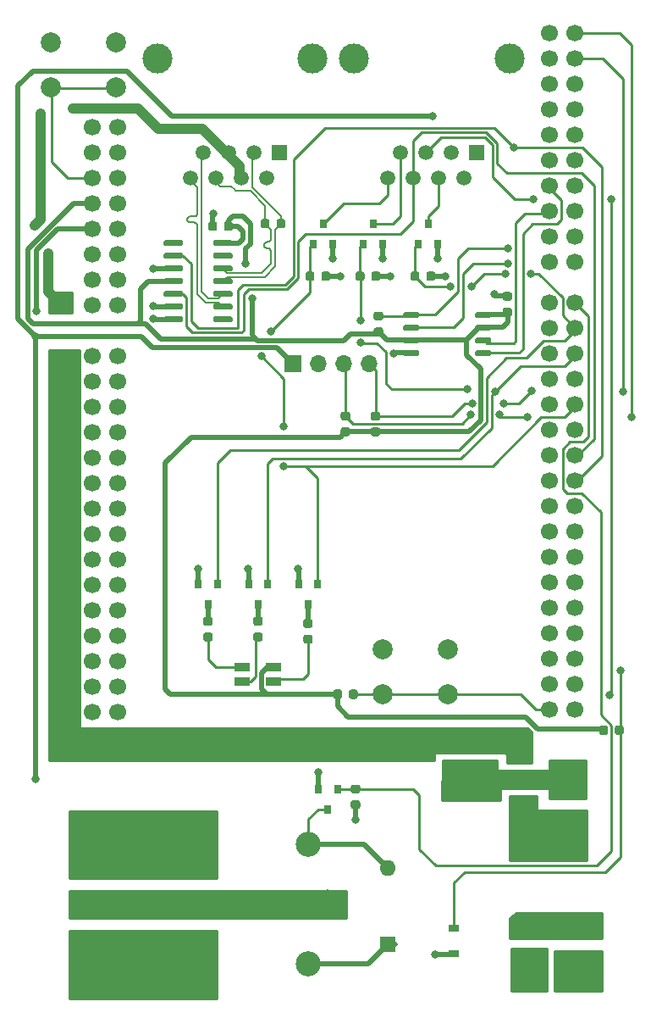
<source format=gbr>
%TF.GenerationSoftware,KiCad,Pcbnew,5.1.6-1.fc32*%
%TF.CreationDate,2021-02-06T18:10:12+01:00*%
%TF.ProjectId,acnode-nucleo144,61636e6f-6465-42d6-9e75-636c656f3134,rev?*%
%TF.SameCoordinates,Original*%
%TF.FileFunction,Copper,L1,Top*%
%TF.FilePolarity,Positive*%
%FSLAX46Y46*%
G04 Gerber Fmt 4.6, Leading zero omitted, Abs format (unit mm)*
G04 Created by KiCad (PCBNEW 5.1.6-1.fc32) date 2021-02-06 18:10:12*
%MOMM*%
%LPD*%
G01*
G04 APERTURE LIST*
%TA.AperFunction,ComponentPad*%
%ADD10C,1.500000*%
%TD*%
%TA.AperFunction,ComponentPad*%
%ADD11C,3.000000*%
%TD*%
%TA.AperFunction,ComponentPad*%
%ADD12R,1.500000X1.500000*%
%TD*%
%TA.AperFunction,ComponentPad*%
%ADD13C,1.700000*%
%TD*%
%TA.AperFunction,ComponentPad*%
%ADD14C,2.500000*%
%TD*%
%TA.AperFunction,SMDPad,CuDef*%
%ADD15R,1.000000X0.800000*%
%TD*%
%TA.AperFunction,ComponentPad*%
%ADD16C,1.900000*%
%TD*%
%TA.AperFunction,ComponentPad*%
%ADD17C,2.000000*%
%TD*%
%TA.AperFunction,SMDPad,CuDef*%
%ADD18R,1.500000X0.900000*%
%TD*%
%TA.AperFunction,SMDPad,CuDef*%
%ADD19R,0.800000X0.900000*%
%TD*%
%TA.AperFunction,SMDPad,CuDef*%
%ADD20R,2.000000X1.500000*%
%TD*%
%TA.AperFunction,SMDPad,CuDef*%
%ADD21R,2.000000X3.800000*%
%TD*%
%TA.AperFunction,ComponentPad*%
%ADD22O,1.700000X1.700000*%
%TD*%
%TA.AperFunction,ComponentPad*%
%ADD23R,1.700000X1.700000*%
%TD*%
%TA.AperFunction,ComponentPad*%
%ADD24C,2.540000*%
%TD*%
%TA.AperFunction,ComponentPad*%
%ADD25R,1.600000X1.600000*%
%TD*%
%TA.AperFunction,ComponentPad*%
%ADD26O,1.600000X1.600000*%
%TD*%
%TA.AperFunction,ViaPad*%
%ADD27C,0.800000*%
%TD*%
%TA.AperFunction,Conductor*%
%ADD28C,0.500000*%
%TD*%
%TA.AperFunction,Conductor*%
%ADD29C,0.250000*%
%TD*%
%TA.AperFunction,Conductor*%
%ADD30C,0.200000*%
%TD*%
%TA.AperFunction,Conductor*%
%ADD31C,1.000000*%
%TD*%
%TA.AperFunction,Conductor*%
%ADD32C,0.254000*%
%TD*%
G04 APERTURE END LIST*
%TO.P,U3,8*%
%TO.N,+3V3*%
%TA.AperFunction,SMDPad,CuDef*%
G36*
G01*
X160708000Y-88277500D02*
X160708000Y-87977500D01*
G75*
G02*
X160858000Y-87827500I150000J0D01*
G01*
X162158000Y-87827500D01*
G75*
G02*
X162308000Y-87977500I0J-150000D01*
G01*
X162308000Y-88277500D01*
G75*
G02*
X162158000Y-88427500I-150000J0D01*
G01*
X160858000Y-88427500D01*
G75*
G02*
X160708000Y-88277500I0J150000D01*
G01*
G37*
%TD.AperFunction*%
%TO.P,U3,7*%
%TA.AperFunction,SMDPad,CuDef*%
G36*
G01*
X160708000Y-89547500D02*
X160708000Y-89247500D01*
G75*
G02*
X160858000Y-89097500I150000J0D01*
G01*
X162158000Y-89097500D01*
G75*
G02*
X162308000Y-89247500I0J-150000D01*
G01*
X162308000Y-89547500D01*
G75*
G02*
X162158000Y-89697500I-150000J0D01*
G01*
X160858000Y-89697500D01*
G75*
G02*
X160708000Y-89547500I0J150000D01*
G01*
G37*
%TD.AperFunction*%
%TO.P,U3,6*%
%TO.N,/SPI_Clk*%
%TA.AperFunction,SMDPad,CuDef*%
G36*
G01*
X160708000Y-90817500D02*
X160708000Y-90517500D01*
G75*
G02*
X160858000Y-90367500I150000J0D01*
G01*
X162158000Y-90367500D01*
G75*
G02*
X162308000Y-90517500I0J-150000D01*
G01*
X162308000Y-90817500D01*
G75*
G02*
X162158000Y-90967500I-150000J0D01*
G01*
X160858000Y-90967500D01*
G75*
G02*
X160708000Y-90817500I0J150000D01*
G01*
G37*
%TD.AperFunction*%
%TO.P,U3,5*%
%TO.N,/SPI_MOSI*%
%TA.AperFunction,SMDPad,CuDef*%
G36*
G01*
X160708000Y-92087500D02*
X160708000Y-91787500D01*
G75*
G02*
X160858000Y-91637500I150000J0D01*
G01*
X162158000Y-91637500D01*
G75*
G02*
X162308000Y-91787500I0J-150000D01*
G01*
X162308000Y-92087500D01*
G75*
G02*
X162158000Y-92237500I-150000J0D01*
G01*
X160858000Y-92237500D01*
G75*
G02*
X160708000Y-92087500I0J150000D01*
G01*
G37*
%TD.AperFunction*%
%TO.P,U3,4*%
%TO.N,GND*%
%TA.AperFunction,SMDPad,CuDef*%
G36*
G01*
X153508000Y-92087500D02*
X153508000Y-91787500D01*
G75*
G02*
X153658000Y-91637500I150000J0D01*
G01*
X154958000Y-91637500D01*
G75*
G02*
X155108000Y-91787500I0J-150000D01*
G01*
X155108000Y-92087500D01*
G75*
G02*
X154958000Y-92237500I-150000J0D01*
G01*
X153658000Y-92237500D01*
G75*
G02*
X153508000Y-92087500I0J150000D01*
G01*
G37*
%TD.AperFunction*%
%TO.P,U3,3*%
%TO.N,+3V3*%
%TA.AperFunction,SMDPad,CuDef*%
G36*
G01*
X153508000Y-90817500D02*
X153508000Y-90517500D01*
G75*
G02*
X153658000Y-90367500I150000J0D01*
G01*
X154958000Y-90367500D01*
G75*
G02*
X155108000Y-90517500I0J-150000D01*
G01*
X155108000Y-90817500D01*
G75*
G02*
X154958000Y-90967500I-150000J0D01*
G01*
X153658000Y-90967500D01*
G75*
G02*
X153508000Y-90817500I0J150000D01*
G01*
G37*
%TD.AperFunction*%
%TO.P,U3,2*%
%TO.N,/SPI_MISO*%
%TA.AperFunction,SMDPad,CuDef*%
G36*
G01*
X153508000Y-89547500D02*
X153508000Y-89247500D01*
G75*
G02*
X153658000Y-89097500I150000J0D01*
G01*
X154958000Y-89097500D01*
G75*
G02*
X155108000Y-89247500I0J-150000D01*
G01*
X155108000Y-89547500D01*
G75*
G02*
X154958000Y-89697500I-150000J0D01*
G01*
X153658000Y-89697500D01*
G75*
G02*
X153508000Y-89547500I0J150000D01*
G01*
G37*
%TD.AperFunction*%
%TO.P,U3,1*%
%TO.N,/SPIFlash_CS*%
%TA.AperFunction,SMDPad,CuDef*%
G36*
G01*
X153508000Y-88277500D02*
X153508000Y-87977500D01*
G75*
G02*
X153658000Y-87827500I150000J0D01*
G01*
X154958000Y-87827500D01*
G75*
G02*
X155108000Y-87977500I0J-150000D01*
G01*
X155108000Y-88277500D01*
G75*
G02*
X154958000Y-88427500I-150000J0D01*
G01*
X153658000Y-88427500D01*
G75*
G02*
X153508000Y-88277500I0J150000D01*
G01*
G37*
%TD.AperFunction*%
%TD*%
%TO.P,R2,2*%
%TO.N,/SPIFlash_CS*%
%TA.AperFunction,SMDPad,CuDef*%
G36*
G01*
X151306250Y-88666500D02*
X150793750Y-88666500D01*
G75*
G02*
X150575000Y-88447750I0J218750D01*
G01*
X150575000Y-88010250D01*
G75*
G02*
X150793750Y-87791500I218750J0D01*
G01*
X151306250Y-87791500D01*
G75*
G02*
X151525000Y-88010250I0J-218750D01*
G01*
X151525000Y-88447750D01*
G75*
G02*
X151306250Y-88666500I-218750J0D01*
G01*
G37*
%TD.AperFunction*%
%TO.P,R2,1*%
%TO.N,+3V3*%
%TA.AperFunction,SMDPad,CuDef*%
G36*
G01*
X151306250Y-90241500D02*
X150793750Y-90241500D01*
G75*
G02*
X150575000Y-90022750I0J218750D01*
G01*
X150575000Y-89585250D01*
G75*
G02*
X150793750Y-89366500I218750J0D01*
G01*
X151306250Y-89366500D01*
G75*
G02*
X151525000Y-89585250I0J-218750D01*
G01*
X151525000Y-90022750D01*
G75*
G02*
X151306250Y-90241500I-218750J0D01*
G01*
G37*
%TD.AperFunction*%
%TD*%
%TO.P,C2,2*%
%TO.N,+3V3*%
%TA.AperFunction,SMDPad,CuDef*%
G36*
G01*
X163684250Y-87398000D02*
X164196750Y-87398000D01*
G75*
G02*
X164415500Y-87616750I0J-218750D01*
G01*
X164415500Y-88054250D01*
G75*
G02*
X164196750Y-88273000I-218750J0D01*
G01*
X163684250Y-88273000D01*
G75*
G02*
X163465500Y-88054250I0J218750D01*
G01*
X163465500Y-87616750D01*
G75*
G02*
X163684250Y-87398000I218750J0D01*
G01*
G37*
%TD.AperFunction*%
%TO.P,C2,1*%
%TO.N,GND*%
%TA.AperFunction,SMDPad,CuDef*%
G36*
G01*
X163684250Y-85823000D02*
X164196750Y-85823000D01*
G75*
G02*
X164415500Y-86041750I0J-218750D01*
G01*
X164415500Y-86479250D01*
G75*
G02*
X164196750Y-86698000I-218750J0D01*
G01*
X163684250Y-86698000D01*
G75*
G02*
X163465500Y-86479250I0J218750D01*
G01*
X163465500Y-86041750D01*
G75*
G02*
X163684250Y-85823000I218750J0D01*
G01*
G37*
%TD.AperFunction*%
%TD*%
D10*
%TO.P,J2,6*%
%TO.N,/Reader_SerialTx*%
X154479000Y-74475000D03*
%TO.P,J2,8*%
%TO.N,/LED_Blue_Cathode*%
X151939000Y-74475000D03*
D11*
%TO.P,J2,SH*%
%TO.N,GND*%
X164154000Y-62535000D03*
D10*
%TO.P,J2,2*%
X159559000Y-74475000D03*
D12*
%TO.P,J2,1*%
%TO.N,+5V*%
X160829000Y-71935000D03*
D10*
%TO.P,J2,7*%
%TO.N,/LED_Green_Cathode*%
X153209000Y-71935000D03*
%TO.P,J2,4*%
%TO.N,/LED_Red_Cathode*%
X157019000Y-74475000D03*
%TO.P,J2,5*%
%TO.N,BigButton*%
X155749000Y-71935000D03*
%TO.P,J2,3*%
%TO.N,/Reader_SerialRx*%
X158289000Y-71935000D03*
D11*
%TO.P,J2,SH*%
%TO.N,GND*%
X148614000Y-62535000D03*
%TD*%
D10*
%TO.P,J1,6*%
%TO.N,/422_RX+*%
X134794000Y-74475000D03*
%TO.P,J1,8*%
%TO.N,/422_TX+*%
X132254000Y-74475000D03*
D11*
%TO.P,J1,SH*%
%TO.N,GND*%
X144469000Y-62535000D03*
D10*
%TO.P,J1,2*%
X139874000Y-74475000D03*
D12*
%TO.P,J1,1*%
X141144000Y-71935000D03*
D10*
%TO.P,J1,7*%
%TO.N,/422_TX-*%
X133524000Y-71935000D03*
%TO.P,J1,4*%
%TO.N,+12V*%
X137334000Y-74475000D03*
%TO.P,J1,5*%
X136064000Y-71935000D03*
%TO.P,J1,3*%
%TO.N,/422_RX-*%
X138604000Y-71935000D03*
D11*
%TO.P,J1,SH*%
%TO.N,GND*%
X128929000Y-62535000D03*
%TD*%
D13*
%TO.P,U2,100*%
%TO.N,N/C*%
X170720000Y-127526000D03*
%TO.P,U2,99*%
%TO.N,BigButton*%
X168180000Y-127526000D03*
%TO.P,U2,48*%
%TO.N,i2c_SCL*%
X170720000Y-59962000D03*
%TO.P,U2,47*%
%TO.N,N/C*%
X168180000Y-59962000D03*
%TO.P,U2,49*%
X168180000Y-62502000D03*
%TO.P,U2,50*%
%TO.N,i2c_SDA*%
X170720000Y-62502000D03*
%TO.P,U2,63*%
%TO.N,/SPIFlash_CS*%
X168180000Y-80282000D03*
%TO.P,U2,61*%
%TO.N,/SPI_Clk*%
X168180000Y-77742000D03*
%TO.P,U2,59*%
%TO.N,/SPI_MOSI*%
X168180000Y-75202000D03*
%TO.P,U2,57*%
%TO.N,N/C*%
X168180000Y-72662000D03*
%TO.P,U2,55*%
X168180000Y-70122000D03*
%TO.P,U2,53*%
X168180000Y-67582000D03*
%TO.P,U2,51*%
X168180000Y-65042000D03*
%TO.P,U2,52*%
X170720000Y-65042000D03*
%TO.P,U2,54*%
%TO.N,GND*%
X170720000Y-67582000D03*
%TO.P,U2,56*%
%TO.N,N/C*%
X170720000Y-70122000D03*
%TO.P,U2,58*%
X170720000Y-72662000D03*
%TO.P,U2,60*%
X170720000Y-75202000D03*
%TO.P,U2,62*%
X170720000Y-77742000D03*
%TO.P,U2,64*%
X170720000Y-80282000D03*
%TO.P,U2,65*%
%TO.N,/SPI_MISO*%
X168180000Y-82822000D03*
%TO.P,U2,66*%
%TO.N,N/C*%
X170720000Y-82822000D03*
%TO.P,U2,94*%
X170720000Y-119906000D03*
%TO.P,U2,92*%
X170720000Y-117366000D03*
%TO.P,U2,90*%
X170720000Y-114826000D03*
%TO.P,U2,88*%
%TO.N,GND*%
X170720000Y-112286000D03*
%TO.P,U2,86*%
%TO.N,N/C*%
X170720000Y-109746000D03*
%TO.P,U2,84*%
X170720000Y-107206000D03*
%TO.P,U2,82*%
%TO.N,/Reader_SerialRx*%
X170720000Y-104666000D03*
%TO.P,U2,80*%
%TO.N,/Reader_SerialTx*%
X170720000Y-102126000D03*
%TO.P,U2,78*%
%TO.N,N/C*%
X170720000Y-99586000D03*
%TO.P,U2,76*%
%TO.N,/LED_B_Trigger*%
X170720000Y-97046000D03*
%TO.P,U2,74*%
%TO.N,N/C*%
X170720000Y-94506000D03*
%TO.P,U2,72*%
%TO.N,/LED_G_Trigger*%
X170720000Y-91966000D03*
%TO.P,U2,70*%
%TO.N,/LED_R_Trigger*%
X170720000Y-89426000D03*
%TO.P,U2,68*%
%TO.N,/ToolEnable*%
X170720000Y-86886000D03*
%TO.P,U2,67*%
%TO.N,N/C*%
X168180000Y-86886000D03*
%TO.P,U2,69*%
X168180000Y-89426000D03*
%TO.P,U2,71*%
%TO.N,GND*%
X168180000Y-91966000D03*
%TO.P,U2,73*%
%TO.N,N/C*%
X168180000Y-94506000D03*
%TO.P,U2,75*%
X168180000Y-97046000D03*
%TO.P,U2,77*%
X168180000Y-99586000D03*
%TO.P,U2,79*%
X168180000Y-102126000D03*
%TO.P,U2,81*%
X168180000Y-104666000D03*
%TO.P,U2,83*%
%TO.N,GND*%
X168180000Y-107206000D03*
%TO.P,U2,85*%
%TO.N,N/C*%
X168180000Y-109746000D03*
%TO.P,U2,87*%
X168180000Y-112286000D03*
%TO.P,U2,89*%
X168180000Y-114826000D03*
%TO.P,U2,91*%
X168180000Y-117366000D03*
%TO.P,U2,93*%
%TO.N,GND*%
X168180000Y-119906000D03*
%TO.P,U2,96*%
%TO.N,N/C*%
X170720000Y-122446000D03*
%TO.P,U2,95*%
%TO.N,/~ToolOn*%
X168180000Y-122446000D03*
%TO.P,U2,97*%
%TO.N,N/C*%
X168180000Y-124986000D03*
%TO.P,U2,2*%
X125000000Y-69360000D03*
%TO.P,U2,4*%
X125000000Y-71900000D03*
%TO.P,U2,6*%
X125000000Y-74440000D03*
%TO.P,U2,8*%
X125000000Y-76980000D03*
%TO.P,U2,10*%
X125000000Y-79520000D03*
%TO.P,U2,12*%
X125000000Y-82060000D03*
%TO.P,U2,14*%
X125000000Y-84600000D03*
%TO.P,U2,16*%
X125000000Y-87140000D03*
%TO.P,U2,1*%
X122460000Y-69360000D03*
%TO.P,U2,3*%
X122460000Y-71900000D03*
%TO.P,U2,5*%
%TO.N,~Reset*%
X122460000Y-74440000D03*
%TO.P,U2,7*%
%TO.N,+3V3*%
X122460000Y-76980000D03*
%TO.P,U2,9*%
%TO.N,+5V*%
X122460000Y-79520000D03*
%TO.P,U2,11*%
%TO.N,GND*%
X122460000Y-82060000D03*
%TO.P,U2,13*%
X122460000Y-84600000D03*
%TO.P,U2,15*%
%TO.N,+12V*%
X122460000Y-87140000D03*
%TO.P,U2,18*%
%TO.N,N/C*%
X125000000Y-92220000D03*
%TO.P,U2,17*%
X122460000Y-92220000D03*
%TO.P,U2,46*%
X125000000Y-127780000D03*
%TO.P,U2,44*%
X125000000Y-125240000D03*
%TO.P,U2,42*%
X125000000Y-122700000D03*
%TO.P,U2,40*%
X125000000Y-120160000D03*
%TO.P,U2,38*%
X125000000Y-117620000D03*
%TO.P,U2,36*%
X125000000Y-115080000D03*
%TO.P,U2,34*%
X125000000Y-112540000D03*
%TO.P,U2,32*%
X125000000Y-110000000D03*
%TO.P,U2,30*%
X125000000Y-107460000D03*
%TO.P,U2,28*%
%TO.N,GND*%
X125000000Y-104920000D03*
%TO.P,U2,26*%
%TO.N,N/C*%
X125000000Y-102380000D03*
%TO.P,U2,24*%
X125000000Y-99840000D03*
%TO.P,U2,22*%
X125000000Y-97300000D03*
%TO.P,U2,20*%
X125000000Y-94760000D03*
%TO.P,U2,19*%
X122460000Y-94760000D03*
%TO.P,U2,21*%
X122460000Y-97300000D03*
%TO.P,U2,23*%
X122460000Y-99840000D03*
%TO.P,U2,25*%
X122460000Y-102380000D03*
%TO.P,U2,27*%
X122460000Y-104920000D03*
%TO.P,U2,29*%
X122460000Y-107460000D03*
%TO.P,U2,31*%
X122460000Y-110000000D03*
%TO.P,U2,33*%
X122460000Y-112540000D03*
%TO.P,U2,35*%
X122460000Y-115080000D03*
%TO.P,U2,37*%
X122460000Y-117620000D03*
%TO.P,U2,39*%
%TO.N,GND*%
X122460000Y-120160000D03*
%TO.P,U2,41*%
%TO.N,N/C*%
X122460000Y-122700000D03*
%TO.P,U2,43*%
X122460000Y-125240000D03*
%TO.P,U2,98*%
X170720000Y-124986000D03*
%TO.P,U2,45*%
X122460000Y-127780000D03*
%TD*%
D14*
%TO.P,K1,2*%
%TO.N,Net-(D2-Pad2)*%
X144050000Y-140950000D03*
D11*
%TO.P,K1,3*%
%TO.N,Net-(J4-Pad1)*%
X131850000Y-140950000D03*
%TO.P,K1,4*%
%TO.N,Net-(J4-Pad3)*%
X131800000Y-153000000D03*
D14*
%TO.P,K1,5*%
%TO.N,+5V*%
X144050000Y-152950000D03*
D11*
%TO.P,K1,1*%
%TO.N,Net-(J4-Pad2)*%
X146000000Y-147000000D03*
%TD*%
D15*
%TO.P,U4,2*%
%TO.N,Net-(J5-Pad2)*%
X165050000Y-149330000D03*
%TO.P,U4,3*%
%TO.N,/~ToolOn*%
X158550000Y-149330000D03*
%TO.P,U4,4*%
%TO.N,GND*%
X158550000Y-151870000D03*
%TO.P,U4,1*%
%TO.N,Net-(R11-Pad1)*%
X165050000Y-151870000D03*
%TD*%
D16*
%TO.P,J5,2*%
%TO.N,Net-(J5-Pad2)*%
X172100000Y-149090000D03*
%TO.P,J5,1*%
%TO.N,Net-(J5-Pad1)*%
X172100000Y-152900000D03*
%TD*%
D17*
%TO.P,J4,1*%
%TO.N,Net-(J4-Pad1)*%
X121900000Y-143190000D03*
%TO.P,J4,2*%
%TO.N,Net-(J4-Pad2)*%
X121900000Y-147000000D03*
%TO.P,J4,3*%
%TO.N,Net-(J4-Pad3)*%
X121900000Y-150810000D03*
%TD*%
D18*
%TO.P,D1,2*%
%TO.N,Net-(D1-Pad2)*%
X140550000Y-124700000D03*
%TO.P,D1,1*%
%TO.N,+3V3*%
X140550000Y-123300000D03*
%TO.P,D1,4*%
%TO.N,Net-(D1-Pad4)*%
X137450000Y-124700000D03*
%TO.P,D1,3*%
%TO.N,Net-(D1-Pad3)*%
X137450000Y-123300000D03*
%TD*%
%TO.P,U1,14*%
%TO.N,+3V3*%
%TA.AperFunction,SMDPad,CuDef*%
G36*
G01*
X134500000Y-81090000D02*
X134500000Y-80790000D01*
G75*
G02*
X134650000Y-80640000I150000J0D01*
G01*
X136300000Y-80640000D01*
G75*
G02*
X136450000Y-80790000I0J-150000D01*
G01*
X136450000Y-81090000D01*
G75*
G02*
X136300000Y-81240000I-150000J0D01*
G01*
X134650000Y-81240000D01*
G75*
G02*
X134500000Y-81090000I0J150000D01*
G01*
G37*
%TD.AperFunction*%
%TO.P,U1,13*%
%TO.N,N/C*%
%TA.AperFunction,SMDPad,CuDef*%
G36*
G01*
X134500000Y-82360000D02*
X134500000Y-82060000D01*
G75*
G02*
X134650000Y-81910000I150000J0D01*
G01*
X136300000Y-81910000D01*
G75*
G02*
X136450000Y-82060000I0J-150000D01*
G01*
X136450000Y-82360000D01*
G75*
G02*
X136300000Y-82510000I-150000J0D01*
G01*
X134650000Y-82510000D01*
G75*
G02*
X134500000Y-82360000I0J150000D01*
G01*
G37*
%TD.AperFunction*%
%TO.P,U1,12*%
%TO.N,/422_RX+*%
%TA.AperFunction,SMDPad,CuDef*%
G36*
G01*
X134500000Y-83630000D02*
X134500000Y-83330000D01*
G75*
G02*
X134650000Y-83180000I150000J0D01*
G01*
X136300000Y-83180000D01*
G75*
G02*
X136450000Y-83330000I0J-150000D01*
G01*
X136450000Y-83630000D01*
G75*
G02*
X136300000Y-83780000I-150000J0D01*
G01*
X134650000Y-83780000D01*
G75*
G02*
X134500000Y-83630000I0J150000D01*
G01*
G37*
%TD.AperFunction*%
%TO.P,U1,11*%
%TO.N,/422_RX-*%
%TA.AperFunction,SMDPad,CuDef*%
G36*
G01*
X134500000Y-84900000D02*
X134500000Y-84600000D01*
G75*
G02*
X134650000Y-84450000I150000J0D01*
G01*
X136300000Y-84450000D01*
G75*
G02*
X136450000Y-84600000I0J-150000D01*
G01*
X136450000Y-84900000D01*
G75*
G02*
X136300000Y-85050000I-150000J0D01*
G01*
X134650000Y-85050000D01*
G75*
G02*
X134500000Y-84900000I0J150000D01*
G01*
G37*
%TD.AperFunction*%
%TO.P,U1,10*%
%TO.N,/422_TX-*%
%TA.AperFunction,SMDPad,CuDef*%
G36*
G01*
X134500000Y-86170000D02*
X134500000Y-85870000D01*
G75*
G02*
X134650000Y-85720000I150000J0D01*
G01*
X136300000Y-85720000D01*
G75*
G02*
X136450000Y-85870000I0J-150000D01*
G01*
X136450000Y-86170000D01*
G75*
G02*
X136300000Y-86320000I-150000J0D01*
G01*
X134650000Y-86320000D01*
G75*
G02*
X134500000Y-86170000I0J150000D01*
G01*
G37*
%TD.AperFunction*%
%TO.P,U1,9*%
%TO.N,/422_TX+*%
%TA.AperFunction,SMDPad,CuDef*%
G36*
G01*
X134500000Y-87440000D02*
X134500000Y-87140000D01*
G75*
G02*
X134650000Y-86990000I150000J0D01*
G01*
X136300000Y-86990000D01*
G75*
G02*
X136450000Y-87140000I0J-150000D01*
G01*
X136450000Y-87440000D01*
G75*
G02*
X136300000Y-87590000I-150000J0D01*
G01*
X134650000Y-87590000D01*
G75*
G02*
X134500000Y-87440000I0J150000D01*
G01*
G37*
%TD.AperFunction*%
%TO.P,U1,8*%
%TO.N,N/C*%
%TA.AperFunction,SMDPad,CuDef*%
G36*
G01*
X134500000Y-88710000D02*
X134500000Y-88410000D01*
G75*
G02*
X134650000Y-88260000I150000J0D01*
G01*
X136300000Y-88260000D01*
G75*
G02*
X136450000Y-88410000I0J-150000D01*
G01*
X136450000Y-88710000D01*
G75*
G02*
X136300000Y-88860000I-150000J0D01*
G01*
X134650000Y-88860000D01*
G75*
G02*
X134500000Y-88710000I0J150000D01*
G01*
G37*
%TD.AperFunction*%
%TO.P,U1,7*%
%TO.N,GND*%
%TA.AperFunction,SMDPad,CuDef*%
G36*
G01*
X129550000Y-88710000D02*
X129550000Y-88410000D01*
G75*
G02*
X129700000Y-88260000I150000J0D01*
G01*
X131350000Y-88260000D01*
G75*
G02*
X131500000Y-88410000I0J-150000D01*
G01*
X131500000Y-88710000D01*
G75*
G02*
X131350000Y-88860000I-150000J0D01*
G01*
X129700000Y-88860000D01*
G75*
G02*
X129550000Y-88710000I0J150000D01*
G01*
G37*
%TD.AperFunction*%
%TO.P,U1,6*%
%TA.AperFunction,SMDPad,CuDef*%
G36*
G01*
X129550000Y-87440000D02*
X129550000Y-87140000D01*
G75*
G02*
X129700000Y-86990000I150000J0D01*
G01*
X131350000Y-86990000D01*
G75*
G02*
X131500000Y-87140000I0J-150000D01*
G01*
X131500000Y-87440000D01*
G75*
G02*
X131350000Y-87590000I-150000J0D01*
G01*
X129700000Y-87590000D01*
G75*
G02*
X129550000Y-87440000I0J150000D01*
G01*
G37*
%TD.AperFunction*%
%TO.P,U1,5*%
%TO.N,/Reader_SerialTx*%
%TA.AperFunction,SMDPad,CuDef*%
G36*
G01*
X129550000Y-86170000D02*
X129550000Y-85870000D01*
G75*
G02*
X129700000Y-85720000I150000J0D01*
G01*
X131350000Y-85720000D01*
G75*
G02*
X131500000Y-85870000I0J-150000D01*
G01*
X131500000Y-86170000D01*
G75*
G02*
X131350000Y-86320000I-150000J0D01*
G01*
X129700000Y-86320000D01*
G75*
G02*
X129550000Y-86170000I0J150000D01*
G01*
G37*
%TD.AperFunction*%
%TO.P,U1,4*%
%TO.N,+3V3*%
%TA.AperFunction,SMDPad,CuDef*%
G36*
G01*
X129550000Y-84900000D02*
X129550000Y-84600000D01*
G75*
G02*
X129700000Y-84450000I150000J0D01*
G01*
X131350000Y-84450000D01*
G75*
G02*
X131500000Y-84600000I0J-150000D01*
G01*
X131500000Y-84900000D01*
G75*
G02*
X131350000Y-85050000I-150000J0D01*
G01*
X129700000Y-85050000D01*
G75*
G02*
X129550000Y-84900000I0J150000D01*
G01*
G37*
%TD.AperFunction*%
%TO.P,U1,3*%
%TO.N,GND*%
%TA.AperFunction,SMDPad,CuDef*%
G36*
G01*
X129550000Y-83630000D02*
X129550000Y-83330000D01*
G75*
G02*
X129700000Y-83180000I150000J0D01*
G01*
X131350000Y-83180000D01*
G75*
G02*
X131500000Y-83330000I0J-150000D01*
G01*
X131500000Y-83630000D01*
G75*
G02*
X131350000Y-83780000I-150000J0D01*
G01*
X129700000Y-83780000D01*
G75*
G02*
X129550000Y-83630000I0J150000D01*
G01*
G37*
%TD.AperFunction*%
%TO.P,U1,2*%
%TO.N,/Reader_SerialRx*%
%TA.AperFunction,SMDPad,CuDef*%
G36*
G01*
X129550000Y-82360000D02*
X129550000Y-82060000D01*
G75*
G02*
X129700000Y-81910000I150000J0D01*
G01*
X131350000Y-81910000D01*
G75*
G02*
X131500000Y-82060000I0J-150000D01*
G01*
X131500000Y-82360000D01*
G75*
G02*
X131350000Y-82510000I-150000J0D01*
G01*
X129700000Y-82510000D01*
G75*
G02*
X129550000Y-82360000I0J150000D01*
G01*
G37*
%TD.AperFunction*%
%TO.P,U1,1*%
%TO.N,N/C*%
%TA.AperFunction,SMDPad,CuDef*%
G36*
G01*
X129550000Y-81090000D02*
X129550000Y-80790000D01*
G75*
G02*
X129700000Y-80640000I150000J0D01*
G01*
X131350000Y-80640000D01*
G75*
G02*
X131500000Y-80790000I0J-150000D01*
G01*
X131500000Y-81090000D01*
G75*
G02*
X131350000Y-81240000I-150000J0D01*
G01*
X129700000Y-81240000D01*
G75*
G02*
X129550000Y-81090000I0J150000D01*
G01*
G37*
%TD.AperFunction*%
%TD*%
D17*
%TO.P,SW2,1*%
%TO.N,GND*%
X158000000Y-121500000D03*
%TO.P,SW2,2*%
%TO.N,BigButton*%
X158000000Y-126000000D03*
%TO.P,SW2,1*%
%TO.N,GND*%
X151500000Y-121500000D03*
%TO.P,SW2,2*%
%TO.N,BigButton*%
X151500000Y-126000000D03*
%TD*%
%TO.P,SW1,1*%
%TO.N,GND*%
X124784000Y-60886000D03*
%TO.P,SW1,2*%
%TO.N,~Reset*%
X124784000Y-65386000D03*
%TO.P,SW1,1*%
%TO.N,GND*%
X118284000Y-60886000D03*
%TO.P,SW1,2*%
%TO.N,~Reset*%
X118284000Y-65386000D03*
%TD*%
%TO.P,R14,2*%
%TO.N,BigButton*%
%TA.AperFunction,SMDPad,CuDef*%
G36*
G01*
X148100000Y-126256250D02*
X148100000Y-125743750D01*
G75*
G02*
X148318750Y-125525000I218750J0D01*
G01*
X148756250Y-125525000D01*
G75*
G02*
X148975000Y-125743750I0J-218750D01*
G01*
X148975000Y-126256250D01*
G75*
G02*
X148756250Y-126475000I-218750J0D01*
G01*
X148318750Y-126475000D01*
G75*
G02*
X148100000Y-126256250I0J218750D01*
G01*
G37*
%TD.AperFunction*%
%TO.P,R14,1*%
%TO.N,+3V3*%
%TA.AperFunction,SMDPad,CuDef*%
G36*
G01*
X146525000Y-126256250D02*
X146525000Y-125743750D01*
G75*
G02*
X146743750Y-125525000I218750J0D01*
G01*
X147181250Y-125525000D01*
G75*
G02*
X147400000Y-125743750I0J-218750D01*
G01*
X147400000Y-126256250D01*
G75*
G02*
X147181250Y-126475000I-218750J0D01*
G01*
X146743750Y-126475000D01*
G75*
G02*
X146525000Y-126256250I0J218750D01*
G01*
G37*
%TD.AperFunction*%
%TD*%
%TO.P,R13,2*%
%TO.N,i2c_SDA*%
%TA.AperFunction,SMDPad,CuDef*%
G36*
G01*
X151006250Y-98650000D02*
X150493750Y-98650000D01*
G75*
G02*
X150275000Y-98431250I0J218750D01*
G01*
X150275000Y-97993750D01*
G75*
G02*
X150493750Y-97775000I218750J0D01*
G01*
X151006250Y-97775000D01*
G75*
G02*
X151225000Y-97993750I0J-218750D01*
G01*
X151225000Y-98431250D01*
G75*
G02*
X151006250Y-98650000I-218750J0D01*
G01*
G37*
%TD.AperFunction*%
%TO.P,R13,1*%
%TO.N,+3V3*%
%TA.AperFunction,SMDPad,CuDef*%
G36*
G01*
X151006250Y-100225000D02*
X150493750Y-100225000D01*
G75*
G02*
X150275000Y-100006250I0J218750D01*
G01*
X150275000Y-99568750D01*
G75*
G02*
X150493750Y-99350000I218750J0D01*
G01*
X151006250Y-99350000D01*
G75*
G02*
X151225000Y-99568750I0J-218750D01*
G01*
X151225000Y-100006250D01*
G75*
G02*
X151006250Y-100225000I-218750J0D01*
G01*
G37*
%TD.AperFunction*%
%TD*%
%TO.P,R12,2*%
%TO.N,i2c_SCL*%
%TA.AperFunction,SMDPad,CuDef*%
G36*
G01*
X148006250Y-98650000D02*
X147493750Y-98650000D01*
G75*
G02*
X147275000Y-98431250I0J218750D01*
G01*
X147275000Y-97993750D01*
G75*
G02*
X147493750Y-97775000I218750J0D01*
G01*
X148006250Y-97775000D01*
G75*
G02*
X148225000Y-97993750I0J-218750D01*
G01*
X148225000Y-98431250D01*
G75*
G02*
X148006250Y-98650000I-218750J0D01*
G01*
G37*
%TD.AperFunction*%
%TO.P,R12,1*%
%TO.N,+3V3*%
%TA.AperFunction,SMDPad,CuDef*%
G36*
G01*
X148006250Y-100225000D02*
X147493750Y-100225000D01*
G75*
G02*
X147275000Y-100006250I0J218750D01*
G01*
X147275000Y-99568750D01*
G75*
G02*
X147493750Y-99350000I218750J0D01*
G01*
X148006250Y-99350000D01*
G75*
G02*
X148225000Y-99568750I0J-218750D01*
G01*
X148225000Y-100006250D01*
G75*
G02*
X148006250Y-100225000I-218750J0D01*
G01*
G37*
%TD.AperFunction*%
%TD*%
%TO.P,R11,2*%
%TO.N,Net-(J5-Pad1)*%
%TA.AperFunction,SMDPad,CuDef*%
G36*
G01*
X168550000Y-154656250D02*
X168550000Y-154143750D01*
G75*
G02*
X168768750Y-153925000I218750J0D01*
G01*
X169206250Y-153925000D01*
G75*
G02*
X169425000Y-154143750I0J-218750D01*
G01*
X169425000Y-154656250D01*
G75*
G02*
X169206250Y-154875000I-218750J0D01*
G01*
X168768750Y-154875000D01*
G75*
G02*
X168550000Y-154656250I0J218750D01*
G01*
G37*
%TD.AperFunction*%
%TO.P,R11,1*%
%TO.N,Net-(R11-Pad1)*%
%TA.AperFunction,SMDPad,CuDef*%
G36*
G01*
X166975000Y-154656250D02*
X166975000Y-154143750D01*
G75*
G02*
X167193750Y-153925000I218750J0D01*
G01*
X167631250Y-153925000D01*
G75*
G02*
X167850000Y-154143750I0J-218750D01*
G01*
X167850000Y-154656250D01*
G75*
G02*
X167631250Y-154875000I-218750J0D01*
G01*
X167193750Y-154875000D01*
G75*
G02*
X166975000Y-154656250I0J218750D01*
G01*
G37*
%TD.AperFunction*%
%TD*%
%TO.P,R10,2*%
%TO.N,/~ToolOn*%
%TA.AperFunction,SMDPad,CuDef*%
G36*
G01*
X174695600Y-129847050D02*
X174695600Y-129334550D01*
G75*
G02*
X174914350Y-129115800I218750J0D01*
G01*
X175351850Y-129115800D01*
G75*
G02*
X175570600Y-129334550I0J-218750D01*
G01*
X175570600Y-129847050D01*
G75*
G02*
X175351850Y-130065800I-218750J0D01*
G01*
X174914350Y-130065800D01*
G75*
G02*
X174695600Y-129847050I0J218750D01*
G01*
G37*
%TD.AperFunction*%
%TO.P,R10,1*%
%TO.N,+3V3*%
%TA.AperFunction,SMDPad,CuDef*%
G36*
G01*
X173120600Y-129847050D02*
X173120600Y-129334550D01*
G75*
G02*
X173339350Y-129115800I218750J0D01*
G01*
X173776850Y-129115800D01*
G75*
G02*
X173995600Y-129334550I0J-218750D01*
G01*
X173995600Y-129847050D01*
G75*
G02*
X173776850Y-130065800I-218750J0D01*
G01*
X173339350Y-130065800D01*
G75*
G02*
X173120600Y-129847050I0J218750D01*
G01*
G37*
%TD.AperFunction*%
%TD*%
%TO.P,R9,2*%
%TO.N,GND*%
%TA.AperFunction,SMDPad,CuDef*%
G36*
G01*
X148493750Y-136600000D02*
X149006250Y-136600000D01*
G75*
G02*
X149225000Y-136818750I0J-218750D01*
G01*
X149225000Y-137256250D01*
G75*
G02*
X149006250Y-137475000I-218750J0D01*
G01*
X148493750Y-137475000D01*
G75*
G02*
X148275000Y-137256250I0J218750D01*
G01*
X148275000Y-136818750D01*
G75*
G02*
X148493750Y-136600000I218750J0D01*
G01*
G37*
%TD.AperFunction*%
%TO.P,R9,1*%
%TO.N,/ToolEnable*%
%TA.AperFunction,SMDPad,CuDef*%
G36*
G01*
X148493750Y-135025000D02*
X149006250Y-135025000D01*
G75*
G02*
X149225000Y-135243750I0J-218750D01*
G01*
X149225000Y-135681250D01*
G75*
G02*
X149006250Y-135900000I-218750J0D01*
G01*
X148493750Y-135900000D01*
G75*
G02*
X148275000Y-135681250I0J218750D01*
G01*
X148275000Y-135243750D01*
G75*
G02*
X148493750Y-135025000I218750J0D01*
G01*
G37*
%TD.AperFunction*%
%TD*%
%TO.P,R8,2*%
%TO.N,GND*%
%TA.AperFunction,SMDPad,CuDef*%
G36*
G01*
X145350000Y-84506250D02*
X145350000Y-83993750D01*
G75*
G02*
X145568750Y-83775000I218750J0D01*
G01*
X146006250Y-83775000D01*
G75*
G02*
X146225000Y-83993750I0J-218750D01*
G01*
X146225000Y-84506250D01*
G75*
G02*
X146006250Y-84725000I-218750J0D01*
G01*
X145568750Y-84725000D01*
G75*
G02*
X145350000Y-84506250I0J218750D01*
G01*
G37*
%TD.AperFunction*%
%TO.P,R8,1*%
%TO.N,/LED_B_Trigger*%
%TA.AperFunction,SMDPad,CuDef*%
G36*
G01*
X143775000Y-84506250D02*
X143775000Y-83993750D01*
G75*
G02*
X143993750Y-83775000I218750J0D01*
G01*
X144431250Y-83775000D01*
G75*
G02*
X144650000Y-83993750I0J-218750D01*
G01*
X144650000Y-84506250D01*
G75*
G02*
X144431250Y-84725000I-218750J0D01*
G01*
X143993750Y-84725000D01*
G75*
G02*
X143775000Y-84506250I0J218750D01*
G01*
G37*
%TD.AperFunction*%
%TD*%
%TO.P,R7,2*%
%TO.N,GND*%
%TA.AperFunction,SMDPad,CuDef*%
G36*
G01*
X150350000Y-84506250D02*
X150350000Y-83993750D01*
G75*
G02*
X150568750Y-83775000I218750J0D01*
G01*
X151006250Y-83775000D01*
G75*
G02*
X151225000Y-83993750I0J-218750D01*
G01*
X151225000Y-84506250D01*
G75*
G02*
X151006250Y-84725000I-218750J0D01*
G01*
X150568750Y-84725000D01*
G75*
G02*
X150350000Y-84506250I0J218750D01*
G01*
G37*
%TD.AperFunction*%
%TO.P,R7,1*%
%TO.N,/LED_G_Trigger*%
%TA.AperFunction,SMDPad,CuDef*%
G36*
G01*
X148775000Y-84506250D02*
X148775000Y-83993750D01*
G75*
G02*
X148993750Y-83775000I218750J0D01*
G01*
X149431250Y-83775000D01*
G75*
G02*
X149650000Y-83993750I0J-218750D01*
G01*
X149650000Y-84506250D01*
G75*
G02*
X149431250Y-84725000I-218750J0D01*
G01*
X148993750Y-84725000D01*
G75*
G02*
X148775000Y-84506250I0J218750D01*
G01*
G37*
%TD.AperFunction*%
%TD*%
%TO.P,R6,2*%
%TO.N,GND*%
%TA.AperFunction,SMDPad,CuDef*%
G36*
G01*
X155850000Y-84506250D02*
X155850000Y-83993750D01*
G75*
G02*
X156068750Y-83775000I218750J0D01*
G01*
X156506250Y-83775000D01*
G75*
G02*
X156725000Y-83993750I0J-218750D01*
G01*
X156725000Y-84506250D01*
G75*
G02*
X156506250Y-84725000I-218750J0D01*
G01*
X156068750Y-84725000D01*
G75*
G02*
X155850000Y-84506250I0J218750D01*
G01*
G37*
%TD.AperFunction*%
%TO.P,R6,1*%
%TO.N,/LED_R_Trigger*%
%TA.AperFunction,SMDPad,CuDef*%
G36*
G01*
X154275000Y-84506250D02*
X154275000Y-83993750D01*
G75*
G02*
X154493750Y-83775000I218750J0D01*
G01*
X154931250Y-83775000D01*
G75*
G02*
X155150000Y-83993750I0J-218750D01*
G01*
X155150000Y-84506250D01*
G75*
G02*
X154931250Y-84725000I-218750J0D01*
G01*
X154493750Y-84725000D01*
G75*
G02*
X154275000Y-84506250I0J218750D01*
G01*
G37*
%TD.AperFunction*%
%TD*%
%TO.P,R5,2*%
%TO.N,Net-(Q6-Pad3)*%
%TA.AperFunction,SMDPad,CuDef*%
G36*
G01*
X144256250Y-119362500D02*
X143743750Y-119362500D01*
G75*
G02*
X143525000Y-119143750I0J218750D01*
G01*
X143525000Y-118706250D01*
G75*
G02*
X143743750Y-118487500I218750J0D01*
G01*
X144256250Y-118487500D01*
G75*
G02*
X144475000Y-118706250I0J-218750D01*
G01*
X144475000Y-119143750D01*
G75*
G02*
X144256250Y-119362500I-218750J0D01*
G01*
G37*
%TD.AperFunction*%
%TO.P,R5,1*%
%TO.N,Net-(D1-Pad2)*%
%TA.AperFunction,SMDPad,CuDef*%
G36*
G01*
X144256250Y-120937500D02*
X143743750Y-120937500D01*
G75*
G02*
X143525000Y-120718750I0J218750D01*
G01*
X143525000Y-120281250D01*
G75*
G02*
X143743750Y-120062500I218750J0D01*
G01*
X144256250Y-120062500D01*
G75*
G02*
X144475000Y-120281250I0J-218750D01*
G01*
X144475000Y-120718750D01*
G75*
G02*
X144256250Y-120937500I-218750J0D01*
G01*
G37*
%TD.AperFunction*%
%TD*%
%TO.P,R4,2*%
%TO.N,Net-(Q5-Pad3)*%
%TA.AperFunction,SMDPad,CuDef*%
G36*
G01*
X139256250Y-119150000D02*
X138743750Y-119150000D01*
G75*
G02*
X138525000Y-118931250I0J218750D01*
G01*
X138525000Y-118493750D01*
G75*
G02*
X138743750Y-118275000I218750J0D01*
G01*
X139256250Y-118275000D01*
G75*
G02*
X139475000Y-118493750I0J-218750D01*
G01*
X139475000Y-118931250D01*
G75*
G02*
X139256250Y-119150000I-218750J0D01*
G01*
G37*
%TD.AperFunction*%
%TO.P,R4,1*%
%TO.N,Net-(D1-Pad4)*%
%TA.AperFunction,SMDPad,CuDef*%
G36*
G01*
X139256250Y-120725000D02*
X138743750Y-120725000D01*
G75*
G02*
X138525000Y-120506250I0J218750D01*
G01*
X138525000Y-120068750D01*
G75*
G02*
X138743750Y-119850000I218750J0D01*
G01*
X139256250Y-119850000D01*
G75*
G02*
X139475000Y-120068750I0J-218750D01*
G01*
X139475000Y-120506250D01*
G75*
G02*
X139256250Y-120725000I-218750J0D01*
G01*
G37*
%TD.AperFunction*%
%TD*%
%TO.P,R3,2*%
%TO.N,Net-(Q4-Pad3)*%
%TA.AperFunction,SMDPad,CuDef*%
G36*
G01*
X134256250Y-119150000D02*
X133743750Y-119150000D01*
G75*
G02*
X133525000Y-118931250I0J218750D01*
G01*
X133525000Y-118493750D01*
G75*
G02*
X133743750Y-118275000I218750J0D01*
G01*
X134256250Y-118275000D01*
G75*
G02*
X134475000Y-118493750I0J-218750D01*
G01*
X134475000Y-118931250D01*
G75*
G02*
X134256250Y-119150000I-218750J0D01*
G01*
G37*
%TD.AperFunction*%
%TO.P,R3,1*%
%TO.N,Net-(D1-Pad3)*%
%TA.AperFunction,SMDPad,CuDef*%
G36*
G01*
X134256250Y-120725000D02*
X133743750Y-120725000D01*
G75*
G02*
X133525000Y-120506250I0J218750D01*
G01*
X133525000Y-120068750D01*
G75*
G02*
X133743750Y-119850000I218750J0D01*
G01*
X134256250Y-119850000D01*
G75*
G02*
X134475000Y-120068750I0J-218750D01*
G01*
X134475000Y-120506250D01*
G75*
G02*
X134256250Y-120725000I-218750J0D01*
G01*
G37*
%TD.AperFunction*%
%TD*%
%TO.P,R1,2*%
%TO.N,/422_RX+*%
%TA.AperFunction,SMDPad,CuDef*%
G36*
G01*
X140150000Y-78743750D02*
X140150000Y-79256250D01*
G75*
G02*
X139931250Y-79475000I-218750J0D01*
G01*
X139493750Y-79475000D01*
G75*
G02*
X139275000Y-79256250I0J218750D01*
G01*
X139275000Y-78743750D01*
G75*
G02*
X139493750Y-78525000I218750J0D01*
G01*
X139931250Y-78525000D01*
G75*
G02*
X140150000Y-78743750I0J-218750D01*
G01*
G37*
%TD.AperFunction*%
%TO.P,R1,1*%
%TO.N,/422_RX-*%
%TA.AperFunction,SMDPad,CuDef*%
G36*
G01*
X141725000Y-78743750D02*
X141725000Y-79256250D01*
G75*
G02*
X141506250Y-79475000I-218750J0D01*
G01*
X141068750Y-79475000D01*
G75*
G02*
X140850000Y-79256250I0J218750D01*
G01*
X140850000Y-78743750D01*
G75*
G02*
X141068750Y-78525000I218750J0D01*
G01*
X141506250Y-78525000D01*
G75*
G02*
X141725000Y-78743750I0J-218750D01*
G01*
G37*
%TD.AperFunction*%
%TD*%
D19*
%TO.P,Q8,3*%
%TO.N,Net-(D2-Pad2)*%
X146000000Y-137500000D03*
%TO.P,Q8,2*%
%TO.N,GND*%
X145050000Y-135500000D03*
%TO.P,Q8,1*%
%TO.N,/ToolEnable*%
X146950000Y-135500000D03*
%TD*%
D20*
%TO.P,Q7,1*%
%TO.N,GND*%
X165150000Y-136800000D03*
%TO.P,Q7,3*%
%TO.N,+12V*%
X165150000Y-132200000D03*
%TO.P,Q7,2*%
%TO.N,Net-(J3-Pad2)*%
X165150000Y-134500000D03*
D21*
%TO.P,Q7,4*%
X158850000Y-134500000D03*
%TD*%
D19*
%TO.P,Q6,3*%
%TO.N,Net-(Q6-Pad3)*%
X144000000Y-117000000D03*
%TO.P,Q6,2*%
%TO.N,GND*%
X143050000Y-115000000D03*
%TO.P,Q6,1*%
%TO.N,/LED_B_Trigger*%
X144950000Y-115000000D03*
%TD*%
%TO.P,Q5,3*%
%TO.N,Net-(Q5-Pad3)*%
X139000000Y-117000000D03*
%TO.P,Q5,2*%
%TO.N,GND*%
X138050000Y-115000000D03*
%TO.P,Q5,1*%
%TO.N,/LED_G_Trigger*%
X139950000Y-115000000D03*
%TD*%
%TO.P,Q4,3*%
%TO.N,Net-(Q4-Pad3)*%
X134000000Y-117000000D03*
%TO.P,Q4,2*%
%TO.N,GND*%
X133050000Y-115000000D03*
%TO.P,Q4,1*%
%TO.N,/LED_R_Trigger*%
X134950000Y-115000000D03*
%TD*%
%TO.P,Q3,3*%
%TO.N,/LED_Blue_Cathode*%
X145500000Y-79000000D03*
%TO.P,Q3,2*%
%TO.N,GND*%
X146450000Y-81000000D03*
%TO.P,Q3,1*%
%TO.N,/LED_B_Trigger*%
X144550000Y-81000000D03*
%TD*%
%TO.P,Q2,3*%
%TO.N,/LED_Green_Cathode*%
X150500000Y-79000000D03*
%TO.P,Q2,2*%
%TO.N,GND*%
X151450000Y-81000000D03*
%TO.P,Q2,1*%
%TO.N,/LED_G_Trigger*%
X149550000Y-81000000D03*
%TD*%
%TO.P,Q1,3*%
%TO.N,/LED_Red_Cathode*%
X156000000Y-79000000D03*
%TO.P,Q1,2*%
%TO.N,GND*%
X156950000Y-81000000D03*
%TO.P,Q1,1*%
%TO.N,/LED_R_Trigger*%
X155050000Y-81000000D03*
%TD*%
D22*
%TO.P,J6,4*%
%TO.N,i2c_SDA*%
X150120000Y-93000000D03*
%TO.P,J6,3*%
%TO.N,i2c_SCL*%
X147580000Y-93000000D03*
%TO.P,J6,2*%
%TO.N,GND*%
X145040000Y-93000000D03*
D23*
%TO.P,J6,1*%
%TO.N,+5V*%
X142500000Y-93000000D03*
%TD*%
D24*
%TO.P,J3,2*%
%TO.N,Net-(J3-Pad2)*%
X170050000Y-134480000D03*
%TO.P,J3,1*%
%TO.N,GND*%
X170050000Y-139560000D03*
%TD*%
D25*
%TO.P,D2,1*%
%TO.N,+5V*%
X152000000Y-151000000D03*
D26*
%TO.P,D2,2*%
%TO.N,Net-(D2-Pad2)*%
X152000000Y-143380000D03*
%TD*%
%TO.P,C1,2*%
%TO.N,GND*%
%TA.AperFunction,SMDPad,CuDef*%
G36*
G01*
X134900000Y-78993750D02*
X134900000Y-79506250D01*
G75*
G02*
X134681250Y-79725000I-218750J0D01*
G01*
X134243750Y-79725000D01*
G75*
G02*
X134025000Y-79506250I0J218750D01*
G01*
X134025000Y-78993750D01*
G75*
G02*
X134243750Y-78775000I218750J0D01*
G01*
X134681250Y-78775000D01*
G75*
G02*
X134900000Y-78993750I0J-218750D01*
G01*
G37*
%TD.AperFunction*%
%TO.P,C1,1*%
%TO.N,+3V3*%
%TA.AperFunction,SMDPad,CuDef*%
G36*
G01*
X136475000Y-78993750D02*
X136475000Y-79506250D01*
G75*
G02*
X136256250Y-79725000I-218750J0D01*
G01*
X135818750Y-79725000D01*
G75*
G02*
X135600000Y-79506250I0J218750D01*
G01*
X135600000Y-78993750D01*
G75*
G02*
X135818750Y-78775000I218750J0D01*
G01*
X136256250Y-78775000D01*
G75*
G02*
X136475000Y-78993750I0J-218750D01*
G01*
G37*
%TD.AperFunction*%
%TD*%
D27*
%TO.N,GND*%
X134500000Y-78000000D03*
X145000000Y-133750000D03*
X156750000Y-152000000D03*
X128500000Y-87250000D03*
X128500000Y-88500000D03*
X128500000Y-83500000D03*
X157000000Y-82500000D03*
X151500000Y-82500000D03*
X146500000Y-82500000D03*
X133000000Y-113500000D03*
X138000000Y-113500000D03*
X143000000Y-113500000D03*
X164800000Y-139200000D03*
X165900000Y-139200000D03*
X165900000Y-140300000D03*
X164800000Y-140300000D03*
X164800000Y-141400000D03*
X165900000Y-141400000D03*
X147250000Y-84250000D03*
X152250000Y-84250000D03*
X157750000Y-84250000D03*
X148750000Y-138500000D03*
X152540810Y-91992001D03*
X162607000Y-86032000D03*
%TO.N,+3V3*%
X137750000Y-83000000D03*
X138430000Y-86436200D03*
%TO.N,+5V*%
X116750000Y-90250000D03*
X116850010Y-87750000D03*
X116750000Y-134500000D03*
X156438798Y-68249998D03*
%TO.N,+12V*%
X120750000Y-92000000D03*
X119750000Y-92000000D03*
X118750000Y-92000000D03*
X120750000Y-93000000D03*
X119750000Y-93000000D03*
X118750000Y-93000000D03*
X117250000Y-68000000D03*
X118000000Y-82000000D03*
X120499988Y-67500012D03*
X118500000Y-87250000D03*
X119750000Y-87250000D03*
X119750000Y-86250000D03*
X118500000Y-86250000D03*
X116633000Y-79173990D03*
%TO.N,BigButton*%
X166573200Y-76555600D03*
X174345600Y-76555602D03*
X174167800Y-126111000D03*
%TO.N,/Reader_SerialRx*%
X164590398Y-71348600D03*
%TO.N,i2c_SDA*%
X166370000Y-95656400D03*
X175539400Y-95732600D03*
X163576000Y-96926400D03*
X160401000Y-96977200D03*
%TO.N,i2c_SCL*%
X176352200Y-98272600D03*
X165938200Y-98272600D03*
X160274000Y-98094800D03*
X163118802Y-98094800D03*
%TO.N,/LED_R_Trigger*%
X158272376Y-85267800D03*
X160350198Y-85267800D03*
X163750000Y-84000000D03*
X166268400Y-83999998D03*
%TO.N,/LED_G_Trigger*%
X162750000Y-95750000D03*
X159943800Y-95554800D03*
X149225000Y-90881200D03*
X149225000Y-88620600D03*
%TO.N,/LED_B_Trigger*%
X139344400Y-92252800D03*
X140309600Y-89763600D03*
X141554200Y-103225000D03*
X141554200Y-99263202D03*
%TO.N,/SPIFlash_CS*%
X164000000Y-81500000D03*
%TO.N,/SPI_MISO*%
X164000000Y-83000000D03*
%TO.N,/~ToolOn*%
X175234600Y-123647200D03*
%TD*%
D28*
%TO.N,GND*%
X143050000Y-113550000D02*
X143000000Y-113500000D01*
X143050000Y-115000000D02*
X143050000Y-113550000D01*
X138050000Y-113550000D02*
X138000000Y-113500000D01*
X138050000Y-115000000D02*
X138050000Y-113550000D01*
X133050000Y-113550000D02*
X133000000Y-113500000D01*
X133050000Y-115000000D02*
X133050000Y-113550000D01*
X157000000Y-81050000D02*
X156950000Y-81000000D01*
X157000000Y-82500000D02*
X157000000Y-81050000D01*
X151500000Y-81050000D02*
X151450000Y-81000000D01*
X151500000Y-82500000D02*
X151500000Y-81050000D01*
X146500000Y-81050000D02*
X146450000Y-81000000D01*
X146500000Y-82500000D02*
X146500000Y-81050000D01*
X128560000Y-88560000D02*
X128500000Y-88500000D01*
X130525000Y-88560000D02*
X128560000Y-88560000D01*
X128540000Y-87290000D02*
X128500000Y-87250000D01*
X130525000Y-87290000D02*
X128540000Y-87290000D01*
X128520000Y-83480000D02*
X128500000Y-83500000D01*
X130525000Y-83480000D02*
X128520000Y-83480000D01*
X158420000Y-152000000D02*
X158550000Y-151870000D01*
X156750000Y-152000000D02*
X158420000Y-152000000D01*
X145050000Y-133800000D02*
X145000000Y-133750000D01*
X145050000Y-135500000D02*
X145050000Y-133800000D01*
X134462500Y-78037500D02*
X134500000Y-78000000D01*
X134462500Y-79250000D02*
X134462500Y-78037500D01*
X157750000Y-84250000D02*
X156287500Y-84250000D01*
X152250000Y-84250000D02*
X150787500Y-84250000D01*
X147250000Y-84250000D02*
X145787500Y-84250000D01*
X148750000Y-137037500D02*
X148750000Y-138500000D01*
X154400000Y-91905000D02*
X152627811Y-91905000D01*
X152627811Y-91905000D02*
X152540810Y-91992001D01*
X162787500Y-86212500D02*
X162607000Y-86032000D01*
X164000000Y-86212500D02*
X162787500Y-86212500D01*
%TO.N,+3V3*%
X161135000Y-89365000D02*
X161600000Y-89365000D01*
X159865000Y-90635000D02*
X161135000Y-89365000D01*
X151000000Y-89787500D02*
X151037500Y-89787500D01*
X151885000Y-90635000D02*
X154400000Y-90635000D01*
X151037500Y-89787500D02*
X151885000Y-90635000D01*
X164000000Y-87787500D02*
X164000000Y-87750000D01*
X135475000Y-80940000D02*
X137060000Y-80940000D01*
X137060000Y-80940000D02*
X137500000Y-80500000D01*
X137500000Y-80500000D02*
X137500000Y-79750000D01*
X137000000Y-79250000D02*
X136037500Y-79250000D01*
X137500000Y-79750000D02*
X137000000Y-79250000D01*
X136037500Y-78712500D02*
X136037500Y-79250000D01*
X136500000Y-78250000D02*
X136037500Y-78712500D01*
X137500000Y-78250000D02*
X136500000Y-78250000D01*
X138250000Y-79000000D02*
X137500000Y-78250000D01*
X138250000Y-81000000D02*
X138250000Y-79000000D01*
X137750000Y-81500000D02*
X138250000Y-81000000D01*
X137750000Y-83000000D02*
X137750000Y-81500000D01*
X130525000Y-84750000D02*
X128000000Y-84750000D01*
X128000000Y-84750000D02*
X127250000Y-85500000D01*
X127250000Y-88750000D02*
X127000000Y-89000000D01*
X127250000Y-85500000D02*
X127250000Y-88750000D01*
X147750000Y-99787500D02*
X150750000Y-99787500D01*
X157635000Y-90635000D02*
X159865000Y-90635000D01*
X154400000Y-90635000D02*
X157635000Y-90635000D01*
X140550000Y-123300000D02*
X140550000Y-123200000D01*
X139325010Y-123914988D02*
X139325010Y-125485012D01*
X139839998Y-126000000D02*
X146962500Y-126000000D01*
X139939998Y-123300000D02*
X139325010Y-123914988D01*
X139325010Y-125485012D02*
X139839998Y-126000000D01*
X140550000Y-123300000D02*
X139939998Y-123300000D01*
X127750000Y-89000000D02*
X127000000Y-89000000D01*
X129250200Y-90500200D02*
X127750000Y-89000000D01*
X138787500Y-90500200D02*
X129250200Y-90500200D01*
X138939900Y-90652600D02*
X138787500Y-90500200D01*
X147548600Y-90652600D02*
X138939900Y-90652600D01*
X148209000Y-89992200D02*
X147548600Y-90652600D01*
X150795300Y-89992200D02*
X148209000Y-89992200D01*
X151000000Y-89787500D02*
X150795300Y-89992200D01*
X138430000Y-90142700D02*
X138430000Y-86436200D01*
X138787500Y-90500200D02*
X138430000Y-90142700D01*
X130250000Y-126000000D02*
X139839998Y-126000000D01*
X129750000Y-125500000D02*
X130250000Y-126000000D01*
X129750000Y-102863200D02*
X129750000Y-125500000D01*
X132296798Y-100316402D02*
X129750000Y-102863200D01*
X147221098Y-100316402D02*
X132296798Y-100316402D01*
X147750000Y-99787500D02*
X147221098Y-100316402D01*
X159865000Y-92123200D02*
X159865000Y-90635000D01*
X161267176Y-93525376D02*
X159865000Y-92123200D01*
X150750000Y-99787500D02*
X160105300Y-99787500D01*
X160105300Y-99787500D02*
X161267176Y-98625624D01*
X161267176Y-98625624D02*
X161267176Y-93525376D01*
X146962500Y-127212500D02*
X146962500Y-126000000D01*
X148000000Y-128250000D02*
X146962500Y-127212500D01*
X165750000Y-128250000D02*
X148000000Y-128250000D01*
X167000000Y-129500000D02*
X165750000Y-128250000D01*
X173467300Y-129500000D02*
X167000000Y-129500000D01*
X173558100Y-129590800D02*
X173467300Y-129500000D01*
X122460000Y-76980000D02*
X120541518Y-76980000D01*
X116000000Y-88500000D02*
X116500000Y-89000000D01*
X116500000Y-89000000D02*
X127000000Y-89000000D01*
X120541518Y-76980000D02*
X116000000Y-81521518D01*
X116000000Y-81521518D02*
X116000000Y-88500000D01*
X163692500Y-88095000D02*
X164000000Y-87787500D01*
X161600000Y-88095000D02*
X163692500Y-88095000D01*
X164029932Y-87817432D02*
X164000000Y-87787500D01*
X164029932Y-88800068D02*
X164029932Y-87817432D01*
X163465000Y-89365000D02*
X164029932Y-88800068D01*
X161600000Y-89365000D02*
X163465000Y-89365000D01*
%TO.N,Net-(D2-Pad2)*%
X149570000Y-140950000D02*
X152000000Y-143380000D01*
X144050000Y-140950000D02*
X149570000Y-140950000D01*
D29*
X144050000Y-140950000D02*
X144050000Y-138450000D01*
X145000000Y-137500000D02*
X146000000Y-137500000D01*
X144050000Y-138450000D02*
X145000000Y-137500000D01*
D28*
%TO.N,+5V*%
X150050000Y-152950000D02*
X152000000Y-151000000D01*
X144050000Y-152950000D02*
X150050000Y-152950000D01*
X152000000Y-151000000D02*
X152750000Y-151000000D01*
X116750000Y-133500000D02*
X116750000Y-134500000D01*
X116750000Y-90250000D02*
X116750000Y-133500000D01*
X140889200Y-91389200D02*
X142500000Y-93000000D01*
X128473200Y-91389200D02*
X140889200Y-91389200D01*
X127334000Y-90250000D02*
X128473200Y-91389200D01*
X116750000Y-90250000D02*
X127334000Y-90250000D01*
X116750000Y-90250000D02*
X115000000Y-88500000D01*
X115000000Y-65250000D02*
X116500000Y-63750000D01*
X115000000Y-88500000D02*
X115000000Y-65250000D01*
X130396000Y-68249998D02*
X156438798Y-68249998D01*
X116500000Y-63750000D02*
X125896002Y-63750000D01*
X125896002Y-63750000D02*
X130396000Y-68249998D01*
X122460000Y-79520000D02*
X118991482Y-79520000D01*
X118991482Y-79520000D02*
X116850010Y-81661472D01*
X116850010Y-81661472D02*
X116850010Y-87750000D01*
D30*
%TO.N,/422_TX+*%
X132116835Y-74546835D02*
X132110000Y-74540000D01*
X132930000Y-75360000D02*
X132116835Y-74546835D01*
X132930000Y-77980000D02*
X132930000Y-75360000D01*
X132900291Y-78110165D02*
X132922479Y-78046756D01*
X132817047Y-78214549D02*
X132864550Y-78167046D01*
X132864550Y-78167046D02*
X132900291Y-78110165D01*
X132630000Y-78880000D02*
X132243113Y-78880000D01*
X132760166Y-78909709D02*
X132696757Y-78887521D01*
X132900291Y-79049834D02*
X132864550Y-78992953D01*
X132760166Y-78250290D02*
X132817047Y-78214549D01*
X132864550Y-78992953D02*
X132817047Y-78945450D01*
X132696757Y-78887521D02*
X132630000Y-78880000D01*
X132008564Y-78392953D02*
X132056067Y-78345450D01*
X132922479Y-79113243D02*
X132900291Y-79049834D01*
X132930000Y-79180000D02*
X132922479Y-79113243D01*
X133811800Y-86880000D02*
X132930000Y-85998200D01*
X131943113Y-78580000D02*
X131950635Y-78513243D01*
X132243113Y-78280000D02*
X132630000Y-78280000D01*
X132817047Y-78945450D02*
X132760166Y-78909709D01*
X132930000Y-85998200D02*
X132930000Y-79180000D01*
X135065000Y-86880000D02*
X133811800Y-86880000D01*
X135475000Y-87290000D02*
X135065000Y-86880000D01*
X132243113Y-78880000D02*
X132176357Y-78872478D01*
X132176357Y-78872478D02*
X132112948Y-78850290D01*
X132056067Y-78345450D02*
X132112948Y-78309709D01*
X132056067Y-78814549D02*
X132008564Y-78767046D01*
X132922479Y-78046756D02*
X132930000Y-77980000D01*
X132008564Y-78767046D02*
X131972823Y-78710165D01*
X131972823Y-78710165D02*
X131950635Y-78646756D01*
X131950635Y-78513243D02*
X131972823Y-78449834D01*
X131950635Y-78646756D02*
X131943113Y-78580000D01*
X131972823Y-78449834D02*
X132008564Y-78392953D01*
X132112948Y-78850290D02*
X132056067Y-78814549D01*
X132112948Y-78309709D02*
X132176357Y-78287521D01*
X132176357Y-78287521D02*
X132243113Y-78280000D01*
X132630000Y-78280000D02*
X132696757Y-78272478D01*
X132696757Y-78272478D02*
X132760166Y-78250290D01*
%TO.N,/422_TX-*%
X133380000Y-75360000D02*
X133380000Y-72000000D01*
X133380000Y-85811800D02*
X133380000Y-75360000D01*
X133998200Y-86430000D02*
X133380000Y-85811800D01*
X135065000Y-86430000D02*
X133998200Y-86430000D01*
X135475000Y-86020000D02*
X135065000Y-86430000D01*
%TO.N,/422_RX+*%
X139744675Y-79032175D02*
X139712500Y-79000000D01*
X140275000Y-79562500D02*
X139744675Y-79032175D01*
X140245291Y-80655165D02*
X140267479Y-80591756D01*
X140209550Y-80712046D02*
X140245291Y-80655165D01*
X140162047Y-80759549D02*
X140209550Y-80712046D01*
X140105166Y-80795290D02*
X140162047Y-80759549D01*
X140041757Y-80817478D02*
X140105166Y-80795290D01*
X140041757Y-81432521D02*
X139975000Y-81425000D01*
X139909426Y-81425000D02*
X139842670Y-81417478D01*
X139639136Y-80994834D02*
X139674877Y-80937953D01*
X140105166Y-81454709D02*
X140041757Y-81432521D01*
X140245291Y-81594834D02*
X140209550Y-81537953D01*
X139975000Y-81425000D02*
X139909426Y-81425000D01*
X140209550Y-81537953D02*
X140162047Y-81490450D01*
X139616948Y-81058243D02*
X139639136Y-80994834D01*
X140162047Y-81490450D02*
X140105166Y-81454709D01*
X139722380Y-81359549D02*
X139674877Y-81312046D01*
X139909426Y-80825000D02*
X139975000Y-80825000D01*
X140275000Y-81725000D02*
X140267479Y-81658243D01*
X139639136Y-81255165D02*
X139616948Y-81191756D01*
X139360000Y-83890000D02*
X140275000Y-82975000D01*
X135885000Y-83890000D02*
X139360000Y-83890000D01*
X140275000Y-82975000D02*
X140275000Y-81725000D01*
X135475000Y-83480000D02*
X135885000Y-83890000D01*
X140267479Y-80591756D02*
X140275000Y-80525000D01*
X139779261Y-81395290D02*
X139722380Y-81359549D01*
X139616948Y-81191756D02*
X139609426Y-81125000D01*
X140275000Y-80525000D02*
X140275000Y-79562500D01*
X139674877Y-81312046D02*
X139639136Y-81255165D01*
X139609426Y-81125000D02*
X139616948Y-81058243D01*
X139674877Y-80937953D02*
X139722380Y-80890450D01*
X139722380Y-80890450D02*
X139779261Y-80854709D01*
X140267479Y-81658243D02*
X140245291Y-81594834D01*
X139779261Y-80854709D02*
X139842670Y-80832521D01*
X139842670Y-80832521D02*
X139909426Y-80825000D01*
X139842670Y-81417478D02*
X139779261Y-81395290D01*
X139975000Y-80825000D02*
X140041757Y-80817478D01*
X136750000Y-75750000D02*
X138250000Y-75750000D01*
X138250000Y-75750000D02*
X139712500Y-77212500D01*
X136750000Y-75654002D02*
X136750000Y-75750000D01*
X135250000Y-75250000D02*
X136345998Y-75250000D01*
X134650000Y-74650000D02*
X135250000Y-75250000D01*
X139712500Y-77212500D02*
X139712500Y-79000000D01*
X136345998Y-75250000D02*
X136750000Y-75654002D01*
X134650000Y-74540000D02*
X134650000Y-74650000D01*
D31*
%TO.N,+12V*%
X137190000Y-73270000D02*
X135920000Y-72000000D01*
X137190000Y-74540000D02*
X137190000Y-73270000D01*
X129000000Y-69500000D02*
X127000012Y-67500012D01*
X135920000Y-72000000D02*
X133420000Y-69500000D01*
X133420000Y-69500000D02*
X129000000Y-69500000D01*
X127000012Y-67500012D02*
X120499988Y-67500012D01*
X118000000Y-85750000D02*
X118500000Y-86250000D01*
X118000000Y-82000000D02*
X118000000Y-85750000D01*
X117250000Y-78556990D02*
X116633000Y-79173990D01*
X117250000Y-68000000D02*
X117250000Y-78556990D01*
D30*
%TO.N,/422_RX-*%
X140725000Y-79562500D02*
X141287500Y-79000000D01*
X140725000Y-83275000D02*
X140725000Y-79562500D01*
X139660000Y-84340000D02*
X140725000Y-83275000D01*
X135885000Y-84340000D02*
X139660000Y-84340000D01*
X135475000Y-84750000D02*
X135885000Y-84340000D01*
X138460000Y-75394300D02*
X138460000Y-72000000D01*
X141287500Y-78221800D02*
X138460000Y-75394300D01*
X141287500Y-79000000D02*
X141287500Y-78221800D01*
D29*
%TO.N,/LED_Blue_Cathode*%
X147548500Y-76951500D02*
X145500000Y-79000000D01*
X151113500Y-76951500D02*
X147548500Y-76951500D01*
X151939000Y-76126000D02*
X151113500Y-76951500D01*
X151939000Y-74475000D02*
X151939000Y-76126000D01*
%TO.N,/LED_Green_Cathode*%
X152887998Y-71935000D02*
X153209000Y-71935000D01*
X153209000Y-78285000D02*
X153209000Y-71935000D01*
X152494000Y-79000000D02*
X153209000Y-78285000D01*
X150500000Y-79000000D02*
X152494000Y-79000000D01*
%TO.N,/Reader_SerialTx*%
X131500000Y-86020000D02*
X130525000Y-86020000D01*
X154479000Y-74475000D02*
X154479000Y-78793000D01*
X154479000Y-78793000D02*
X153236600Y-80035400D01*
X153236600Y-80035400D02*
X143738600Y-80035400D01*
X143002000Y-80772000D02*
X143002000Y-84429600D01*
X141909800Y-85521800D02*
X138049000Y-85521800D01*
X143002000Y-84429600D02*
X141909800Y-85521800D01*
X131851400Y-89281000D02*
X131851400Y-86371400D01*
X143738600Y-80035400D02*
X143002000Y-80772000D01*
X137541000Y-86029800D02*
X137541000Y-89662000D01*
X131851400Y-86371400D02*
X131500000Y-86020000D01*
X138049000Y-85521800D02*
X137541000Y-86029800D01*
X137337800Y-89865200D02*
X132435600Y-89865200D01*
X137541000Y-89662000D02*
X137337800Y-89865200D01*
X132435600Y-89865200D02*
X131851400Y-89281000D01*
X161818811Y-69875400D02*
X155332100Y-69875400D01*
X155332100Y-69875400D02*
X154479000Y-70728500D01*
X171373800Y-73914000D02*
X163887500Y-73914000D01*
X172618400Y-100481600D02*
X172618400Y-75158600D01*
X172618400Y-75158600D02*
X171373800Y-73914000D01*
X162930011Y-72956511D02*
X162930011Y-70986600D01*
X154479000Y-73414340D02*
X154479000Y-74475000D01*
X154479000Y-70728500D02*
X154479000Y-73414340D01*
X162930011Y-70986600D02*
X161818811Y-69875400D01*
X163887500Y-73914000D02*
X162930011Y-72956511D01*
X170720000Y-102380000D02*
X172618400Y-100481600D01*
%TO.N,BigButton*%
X151500000Y-126000000D02*
X158000000Y-126000000D01*
X158000000Y-126000000D02*
X165250000Y-126000000D01*
X166776000Y-127526000D02*
X168180000Y-127526000D01*
X165250000Y-126000000D02*
X166776000Y-127526000D01*
X148537500Y-126000000D02*
X151500000Y-126000000D01*
X174345600Y-125933200D02*
X174345600Y-76555602D01*
X174167800Y-126111000D02*
X174345600Y-125933200D01*
X164692190Y-76555600D02*
X166573200Y-76555600D01*
X162480000Y-74343410D02*
X164692190Y-76555600D01*
X162480000Y-71173000D02*
X162480000Y-74343410D01*
X157273000Y-70411000D02*
X161718000Y-70411000D01*
X161718000Y-70411000D02*
X162480000Y-71173000D01*
X155749000Y-71935000D02*
X157273000Y-70411000D01*
%TO.N,/LED_Red_Cathode*%
X157019000Y-77205500D02*
X157019000Y-74475000D01*
X156000000Y-78224500D02*
X157019000Y-77205500D01*
X156000000Y-79000000D02*
X156000000Y-78224500D01*
%TO.N,/Reader_SerialRx*%
X173431200Y-73304400D02*
X171475400Y-71348600D01*
X141723401Y-85071789D02*
X142551989Y-84243201D01*
X173431200Y-102208800D02*
X173431200Y-73304400D01*
X170720000Y-104920000D02*
X173431200Y-102208800D01*
X131500000Y-82210000D02*
X132301410Y-83011410D01*
X136982200Y-89408000D02*
X136982200Y-85598000D01*
X171475400Y-71348600D02*
X164590398Y-71348600D01*
X132969000Y-89408000D02*
X136982200Y-89408000D01*
X145738010Y-69425390D02*
X162667188Y-69425390D01*
X142551989Y-84243201D02*
X142551990Y-72611410D01*
X137508411Y-85071789D02*
X141723401Y-85071789D01*
X136982200Y-85598000D02*
X137508411Y-85071789D01*
X162667188Y-69425390D02*
X164590398Y-71348600D01*
X132301411Y-88740411D02*
X132969000Y-89408000D01*
X130525000Y-82210000D02*
X131500000Y-82210000D01*
X142551990Y-72611410D02*
X145738010Y-69425390D01*
X132301410Y-83011410D02*
X132301411Y-88740411D01*
%TO.N,i2c_SDA*%
X150750000Y-93630000D02*
X150120000Y-93000000D01*
X150750000Y-98212500D02*
X150750000Y-93630000D01*
X173500000Y-62502000D02*
X170720000Y-62502000D01*
X175539400Y-64541400D02*
X173500000Y-62502000D01*
X175539400Y-95732600D02*
X175539400Y-64541400D01*
X166370000Y-95656400D02*
X165100000Y-96926400D01*
X165100000Y-96926400D02*
X163576000Y-96926400D01*
X150750000Y-98212500D02*
X158429100Y-98212500D01*
X158429100Y-98212500D02*
X159664400Y-96977200D01*
X159664400Y-96977200D02*
X160401000Y-96977200D01*
%TO.N,i2c_SCL*%
X147750000Y-93170000D02*
X147580000Y-93000000D01*
X147750000Y-98212500D02*
X147750000Y-93170000D01*
X170720000Y-59962000D02*
X175176400Y-59962000D01*
X176352200Y-61137800D02*
X176352200Y-98272600D01*
X175176400Y-59962000D02*
X176352200Y-61137800D01*
X159393790Y-98975010D02*
X160274000Y-98094800D01*
X148512510Y-98975010D02*
X159393790Y-98975010D01*
X147750000Y-98212500D02*
X148512510Y-98975010D01*
X163296602Y-98272600D02*
X163118802Y-98094800D01*
X165938200Y-98272600D02*
X163296602Y-98272600D01*
%TO.N,/LED_R_Trigger*%
X154712500Y-81337500D02*
X155050000Y-81000000D01*
X154712500Y-84250000D02*
X154712500Y-81337500D01*
X155730300Y-85267800D02*
X158272376Y-85267800D01*
X154712500Y-84250000D02*
X155730300Y-85267800D01*
X134950000Y-102895600D02*
X136192187Y-101653413D01*
X169696600Y-90703400D02*
X170720000Y-89680000D01*
X165881602Y-92410998D02*
X167589200Y-90703400D01*
X159052575Y-101653413D02*
X161842187Y-98863801D01*
X136192187Y-101653413D02*
X159052575Y-101653413D01*
X163839002Y-92410998D02*
X165881602Y-92410998D01*
X167589200Y-90703400D02*
X169696600Y-90703400D01*
X161842187Y-98863801D02*
X161842187Y-94407813D01*
X134950000Y-115000000D02*
X134950000Y-102895600D01*
X161842187Y-94407813D02*
X163839002Y-92410998D01*
X169465000Y-86380915D02*
X167084083Y-83999998D01*
X169465000Y-88171000D02*
X169465000Y-86380915D01*
X167084083Y-83999998D02*
X166268400Y-83999998D01*
X170720000Y-89426000D02*
X169465000Y-88171000D01*
X160350198Y-85267800D02*
X161617998Y-84000000D01*
X161617998Y-84000000D02*
X163750000Y-84000000D01*
%TO.N,/LED_G_Trigger*%
X149212500Y-81337500D02*
X149550000Y-81000000D01*
X149212500Y-84250000D02*
X149212500Y-81337500D01*
X169696600Y-93243400D02*
X170720000Y-92220000D01*
X165256600Y-93243400D02*
X169696600Y-93243400D01*
X162750000Y-95750000D02*
X165256600Y-93243400D01*
X162750000Y-95750000D02*
X162750000Y-95750000D01*
X149225000Y-84262500D02*
X149212500Y-84250000D01*
X149225000Y-88620600D02*
X149225000Y-84262500D01*
X149250400Y-90906600D02*
X149225000Y-90881200D01*
X150901400Y-90906600D02*
X149250400Y-90906600D01*
X151815800Y-91821000D02*
X150901400Y-90906600D01*
X152400000Y-95554800D02*
X151815800Y-94970600D01*
X159943800Y-95554800D02*
X152400000Y-95554800D01*
X151815800Y-94970600D02*
X151815800Y-91821000D01*
X162350001Y-96149999D02*
X162750000Y-95750000D01*
X162350001Y-99433499D02*
X162350001Y-96149999D01*
X159283500Y-102500000D02*
X162350001Y-99433499D01*
X140425600Y-102500000D02*
X159283500Y-102500000D01*
X139950000Y-102975600D02*
X140425600Y-102500000D01*
X139950000Y-115000000D02*
X139950000Y-102975600D01*
%TO.N,/LED_B_Trigger*%
X144212500Y-81337500D02*
X144550000Y-81000000D01*
X144212500Y-84250000D02*
X144212500Y-81337500D01*
X144212500Y-84250000D02*
X144212500Y-85860700D01*
X144212500Y-85860700D02*
X140309600Y-89763600D01*
X144950000Y-104411600D02*
X144950000Y-115000000D01*
X143763400Y-103225000D02*
X144950000Y-104411600D01*
X141554200Y-103225000D02*
X143763400Y-103225000D01*
X141554200Y-94462600D02*
X141554200Y-99263202D01*
X139344400Y-92252800D02*
X141554200Y-94462600D01*
X167309800Y-98348800D02*
X169671200Y-98348800D01*
X169671200Y-98348800D02*
X170720000Y-97300000D01*
X162433000Y-103225600D02*
X167309800Y-98348800D01*
X143764000Y-103225600D02*
X162433000Y-103225600D01*
X144950000Y-104411600D02*
X143764000Y-103225600D01*
D28*
%TO.N,Net-(Q4-Pad3)*%
X134000000Y-118712500D02*
X134000000Y-117000000D01*
%TO.N,Net-(Q5-Pad3)*%
X139000000Y-118712500D02*
X139000000Y-117000000D01*
%TO.N,Net-(Q6-Pad3)*%
X144000000Y-118925000D02*
X144000000Y-117000000D01*
D29*
%TO.N,/ToolEnable*%
X148712500Y-135500000D02*
X148750000Y-135462500D01*
X146950000Y-135500000D02*
X148712500Y-135500000D01*
X172034200Y-100279200D02*
X172034200Y-88200200D01*
X170206199Y-100761001D02*
X171552399Y-100761001D01*
X169468800Y-101498400D02*
X170206199Y-100761001D01*
X148750000Y-135462500D02*
X154537900Y-135462500D01*
X174370590Y-141630810D02*
X174370590Y-129159296D01*
X171552399Y-100761001D02*
X172034200Y-100279200D01*
X171386400Y-105943400D02*
X169926000Y-105943400D01*
X169468800Y-105486200D02*
X169468800Y-101498400D01*
X155143200Y-136067800D02*
X155143200Y-141452600D01*
X154537900Y-135462500D02*
X155143200Y-136067800D01*
X156819600Y-143129000D02*
X172872400Y-143129000D01*
X172872400Y-143129000D02*
X174370590Y-141630810D01*
X173278800Y-107835800D02*
X171386400Y-105943400D01*
X172034200Y-88200200D02*
X170720000Y-86886000D01*
X169926000Y-105943400D02*
X169468800Y-105486200D01*
X174370590Y-129159296D02*
X173278800Y-128067506D01*
X155143200Y-141452600D02*
X156819600Y-143129000D01*
X173278800Y-128067506D02*
X173278800Y-107835800D01*
%TO.N,/SPIFlash_CS*%
X154282500Y-88212500D02*
X154400000Y-88095000D01*
X151000000Y-88212500D02*
X154282500Y-88212500D01*
X158997386Y-82502614D02*
X160000000Y-81500000D01*
X160000000Y-81500000D02*
X164000000Y-81500000D01*
X158997386Y-85776803D02*
X158997386Y-82502614D01*
X154400000Y-88095000D02*
X156679189Y-88095000D01*
X156679189Y-88095000D02*
X158997386Y-85776803D01*
%TO.N,~Reset*%
X124670000Y-65500000D02*
X124784000Y-65386000D01*
X118347500Y-65500000D02*
X124670000Y-65500000D01*
X118347500Y-72847500D02*
X118347500Y-65500000D01*
X119940000Y-74440000D02*
X118347500Y-72847500D01*
X122460000Y-74440000D02*
X119940000Y-74440000D01*
%TO.N,/SPI_Clk*%
X165703990Y-77996000D02*
X168180000Y-77996000D01*
X164800010Y-78899980D02*
X165703990Y-77996000D01*
X164800010Y-90699990D02*
X164800010Y-78899980D01*
X164565000Y-90935000D02*
X164800010Y-90699990D01*
X161900000Y-90935000D02*
X164565000Y-90935000D01*
X161600000Y-90635000D02*
X161900000Y-90935000D01*
%TO.N,/SPI_MOSI*%
X165500000Y-91500000D02*
X165500000Y-80000000D01*
X165095000Y-91905000D02*
X165500000Y-91500000D01*
X169355001Y-76631001D02*
X168180000Y-75456000D01*
X166455200Y-79044800D02*
X168870202Y-79044800D01*
X168870202Y-79044800D02*
X169355001Y-78560001D01*
X161600000Y-91905000D02*
X165095000Y-91905000D01*
X169355001Y-78560001D02*
X169355001Y-76631001D01*
X165500000Y-80000000D02*
X166455200Y-79044800D01*
%TO.N,/SPI_MISO*%
X160500000Y-83000000D02*
X164000000Y-83000000D01*
X159518613Y-83981387D02*
X160500000Y-83000000D01*
X159518613Y-88421887D02*
X159518613Y-83981387D01*
X158575500Y-89365000D02*
X159518613Y-88421887D01*
X154400000Y-89365000D02*
X158575500Y-89365000D01*
%TO.N,Net-(D1-Pad2)*%
X140800000Y-124700000D02*
X141000000Y-124500000D01*
X140550000Y-124700000D02*
X140800000Y-124700000D01*
X141000000Y-124500000D02*
X143500000Y-124500000D01*
X144000000Y-124000000D02*
X144000000Y-120500000D01*
X143500000Y-124500000D02*
X144000000Y-124000000D01*
%TO.N,Net-(D1-Pad4)*%
X138300000Y-124700000D02*
X137450000Y-124700000D01*
X138750000Y-124250000D02*
X138300000Y-124700000D01*
X138750000Y-120537500D02*
X138750000Y-124250000D01*
X139000000Y-120287500D02*
X138750000Y-120537500D01*
%TO.N,Net-(D1-Pad3)*%
X134000000Y-120287500D02*
X134000000Y-122500000D01*
X134800000Y-123300000D02*
X137450000Y-123300000D01*
X134000000Y-122500000D02*
X134800000Y-123300000D01*
%TO.N,Net-(J5-Pad2)*%
X171860000Y-149330000D02*
X172100000Y-149090000D01*
%TO.N,/~ToolOn*%
X158550000Y-149330000D02*
X158550000Y-144827600D01*
X158550000Y-144827600D02*
X159639000Y-143738600D01*
X159639000Y-143738600D02*
X173761400Y-143738600D01*
X173761400Y-143738600D02*
X175234600Y-142265400D01*
X175234600Y-142265400D02*
X175234600Y-123647200D01*
%TD*%
D32*
%TO.N,Net-(J3-Pad2)*%
G36*
X162873000Y-133500000D02*
G01*
X162875440Y-133524776D01*
X162882667Y-133548601D01*
X162894403Y-133570557D01*
X162910197Y-133589803D01*
X162929443Y-133605597D01*
X162951399Y-133617333D01*
X162975224Y-133624560D01*
X163000000Y-133627000D01*
X168000000Y-133627000D01*
X168024776Y-133624560D01*
X168048601Y-133617333D01*
X168070557Y-133605597D01*
X168089803Y-133589803D01*
X168105597Y-133570557D01*
X168117333Y-133548601D01*
X168124560Y-133524776D01*
X168127000Y-133500000D01*
X168127000Y-132627000D01*
X171773000Y-132627000D01*
X171773000Y-136373000D01*
X168127000Y-136373000D01*
X168127000Y-135500000D01*
X168124560Y-135475224D01*
X168117333Y-135451399D01*
X168105597Y-135429443D01*
X168089803Y-135410197D01*
X168070557Y-135394403D01*
X168048601Y-135382667D01*
X168024776Y-135375440D01*
X168000000Y-135373000D01*
X163400000Y-135373000D01*
X163375224Y-135375440D01*
X163351399Y-135382667D01*
X163329443Y-135394403D01*
X163310197Y-135410197D01*
X163294403Y-135429443D01*
X163282667Y-135451399D01*
X163275440Y-135475224D01*
X163273000Y-135500000D01*
X163273000Y-136573000D01*
X157427837Y-136573000D01*
X157453768Y-132627000D01*
X162873000Y-132627000D01*
X162873000Y-133500000D01*
G37*
X162873000Y-133500000D02*
X162875440Y-133524776D01*
X162882667Y-133548601D01*
X162894403Y-133570557D01*
X162910197Y-133589803D01*
X162929443Y-133605597D01*
X162951399Y-133617333D01*
X162975224Y-133624560D01*
X163000000Y-133627000D01*
X168000000Y-133627000D01*
X168024776Y-133624560D01*
X168048601Y-133617333D01*
X168070557Y-133605597D01*
X168089803Y-133589803D01*
X168105597Y-133570557D01*
X168117333Y-133548601D01*
X168124560Y-133524776D01*
X168127000Y-133500000D01*
X168127000Y-132627000D01*
X171773000Y-132627000D01*
X171773000Y-136373000D01*
X168127000Y-136373000D01*
X168127000Y-135500000D01*
X168124560Y-135475224D01*
X168117333Y-135451399D01*
X168105597Y-135429443D01*
X168089803Y-135410197D01*
X168070557Y-135394403D01*
X168048601Y-135382667D01*
X168024776Y-135375440D01*
X168000000Y-135373000D01*
X163400000Y-135373000D01*
X163375224Y-135375440D01*
X163351399Y-135382667D01*
X163329443Y-135394403D01*
X163310197Y-135410197D01*
X163294403Y-135429443D01*
X163282667Y-135451399D01*
X163275440Y-135475224D01*
X163273000Y-135500000D01*
X163273000Y-136573000D01*
X157427837Y-136573000D01*
X157453768Y-132627000D01*
X162873000Y-132627000D01*
X162873000Y-133500000D01*
%TO.N,GND*%
G36*
X166873000Y-137500000D02*
G01*
X166875440Y-137524776D01*
X166882667Y-137548601D01*
X166894403Y-137570557D01*
X166910197Y-137589803D01*
X166929443Y-137605597D01*
X166951399Y-137617333D01*
X166975224Y-137624560D01*
X167000000Y-137627000D01*
X171873000Y-137627000D01*
X171873000Y-142623000D01*
X164127000Y-142623000D01*
X164127000Y-136127000D01*
X166873000Y-136127000D01*
X166873000Y-137500000D01*
G37*
X166873000Y-137500000D02*
X166875440Y-137524776D01*
X166882667Y-137548601D01*
X166894403Y-137570557D01*
X166910197Y-137589803D01*
X166929443Y-137605597D01*
X166951399Y-137617333D01*
X166975224Y-137624560D01*
X167000000Y-137627000D01*
X171873000Y-137627000D01*
X171873000Y-142623000D01*
X164127000Y-142623000D01*
X164127000Y-136127000D01*
X166873000Y-136127000D01*
X166873000Y-137500000D01*
%TO.N,Net-(J4-Pad2)*%
G36*
X140770826Y-145633933D02*
G01*
X140829316Y-145646365D01*
X140838470Y-145647327D01*
X140838476Y-145647328D01*
X140838481Y-145647328D01*
X140935598Y-145656850D01*
X140967581Y-145660000D01*
X147840000Y-145660000D01*
X147840001Y-148340000D01*
X140967581Y-148340000D01*
X140939671Y-148342749D01*
X140936693Y-148342728D01*
X140927522Y-148343627D01*
X140879360Y-148348689D01*
X140870617Y-148349550D01*
X140870325Y-148349638D01*
X140830473Y-148353827D01*
X140771854Y-148365860D01*
X140734422Y-148373000D01*
X120127000Y-148373000D01*
X120127000Y-145627000D01*
X140735814Y-145627000D01*
X140770826Y-145633933D01*
G37*
X140770826Y-145633933D02*
X140829316Y-145646365D01*
X140838470Y-145647327D01*
X140838476Y-145647328D01*
X140838481Y-145647328D01*
X140935598Y-145656850D01*
X140967581Y-145660000D01*
X147840000Y-145660000D01*
X147840001Y-148340000D01*
X140967581Y-148340000D01*
X140939671Y-148342749D01*
X140936693Y-148342728D01*
X140927522Y-148343627D01*
X140879360Y-148348689D01*
X140870617Y-148349550D01*
X140870325Y-148349638D01*
X140830473Y-148353827D01*
X140771854Y-148365860D01*
X140734422Y-148373000D01*
X120127000Y-148373000D01*
X120127000Y-145627000D01*
X140735814Y-145627000D01*
X140770826Y-145633933D01*
%TO.N,Net-(J4-Pad3)*%
G36*
X134873000Y-156373000D02*
G01*
X120127000Y-156373000D01*
X120127000Y-149627000D01*
X134873000Y-149627000D01*
X134873000Y-156373000D01*
G37*
X134873000Y-156373000D02*
X120127000Y-156373000D01*
X120127000Y-149627000D01*
X134873000Y-149627000D01*
X134873000Y-156373000D01*
%TO.N,Net-(J4-Pad1)*%
G36*
X134873000Y-144373000D02*
G01*
X120127000Y-144373000D01*
X120127000Y-137660000D01*
X134873000Y-137660000D01*
X134873000Y-144373000D01*
G37*
X134873000Y-144373000D02*
X120127000Y-144373000D01*
X120127000Y-137660000D01*
X134873000Y-137660000D01*
X134873000Y-144373000D01*
%TO.N,Net-(J5-Pad2)*%
G36*
X173373000Y-150373000D02*
G01*
X164127234Y-150373000D01*
X164130878Y-148392126D01*
X164869198Y-147880982D01*
X173373000Y-147877059D01*
X173373000Y-150373000D01*
G37*
X173373000Y-150373000D02*
X164127234Y-150373000D01*
X164130878Y-148392126D01*
X164869198Y-147880982D01*
X173373000Y-147877059D01*
X173373000Y-150373000D01*
%TO.N,Net-(J5-Pad1)*%
G36*
X173373000Y-155623000D02*
G01*
X168627000Y-155623000D01*
X168627000Y-151627000D01*
X173373000Y-151627000D01*
X173373000Y-155623000D01*
G37*
X173373000Y-155623000D02*
X168627000Y-155623000D01*
X168627000Y-151627000D01*
X173373000Y-151627000D01*
X173373000Y-155623000D01*
%TO.N,Net-(R11-Pad1)*%
G36*
X167873000Y-155623000D02*
G01*
X164377000Y-155623000D01*
X164377000Y-151377000D01*
X167873000Y-151377000D01*
X167873000Y-155623000D01*
G37*
X167873000Y-155623000D02*
X164377000Y-155623000D01*
X164377000Y-151377000D01*
X167873000Y-151377000D01*
X167873000Y-155623000D01*
%TO.N,+12V*%
G36*
X121123000Y-129250000D02*
G01*
X121125440Y-129274776D01*
X121132667Y-129298601D01*
X121144403Y-129320557D01*
X121160197Y-129339803D01*
X121179443Y-129355597D01*
X121201399Y-129367333D01*
X121225224Y-129374560D01*
X121250000Y-129377000D01*
X165984632Y-129377000D01*
X166373000Y-129765369D01*
X166373000Y-132873000D01*
X163877000Y-132873000D01*
X163877000Y-132006000D01*
X163874560Y-131981224D01*
X163867333Y-131957399D01*
X163855597Y-131935443D01*
X163839803Y-131916197D01*
X163820557Y-131900403D01*
X163798601Y-131888667D01*
X163774776Y-131881440D01*
X163750000Y-131879000D01*
X156750000Y-131879000D01*
X156725224Y-131881440D01*
X156701399Y-131888667D01*
X156679443Y-131900403D01*
X156660197Y-131916197D01*
X156644403Y-131935443D01*
X156632667Y-131957399D01*
X156625440Y-131981224D01*
X156623000Y-132006000D01*
X156623000Y-132623000D01*
X118127000Y-132623000D01*
X118127000Y-91627000D01*
X121123000Y-91627000D01*
X121123000Y-129250000D01*
G37*
X121123000Y-129250000D02*
X121125440Y-129274776D01*
X121132667Y-129298601D01*
X121144403Y-129320557D01*
X121160197Y-129339803D01*
X121179443Y-129355597D01*
X121201399Y-129367333D01*
X121225224Y-129374560D01*
X121250000Y-129377000D01*
X165984632Y-129377000D01*
X166373000Y-129765369D01*
X166373000Y-132873000D01*
X163877000Y-132873000D01*
X163877000Y-132006000D01*
X163874560Y-131981224D01*
X163867333Y-131957399D01*
X163855597Y-131935443D01*
X163839803Y-131916197D01*
X163820557Y-131900403D01*
X163798601Y-131888667D01*
X163774776Y-131881440D01*
X163750000Y-131879000D01*
X156750000Y-131879000D01*
X156725224Y-131881440D01*
X156701399Y-131888667D01*
X156679443Y-131900403D01*
X156660197Y-131916197D01*
X156644403Y-131935443D01*
X156632667Y-131957399D01*
X156625440Y-131981224D01*
X156623000Y-132006000D01*
X156623000Y-132623000D01*
X118127000Y-132623000D01*
X118127000Y-91627000D01*
X121123000Y-91627000D01*
X121123000Y-129250000D01*
G36*
X120373000Y-87873000D02*
G01*
X118127000Y-87873000D01*
X118127000Y-85877000D01*
X120373000Y-85877000D01*
X120373000Y-87873000D01*
G37*
X120373000Y-87873000D02*
X118127000Y-87873000D01*
X118127000Y-85877000D01*
X120373000Y-85877000D01*
X120373000Y-87873000D01*
%TD*%
M02*

</source>
